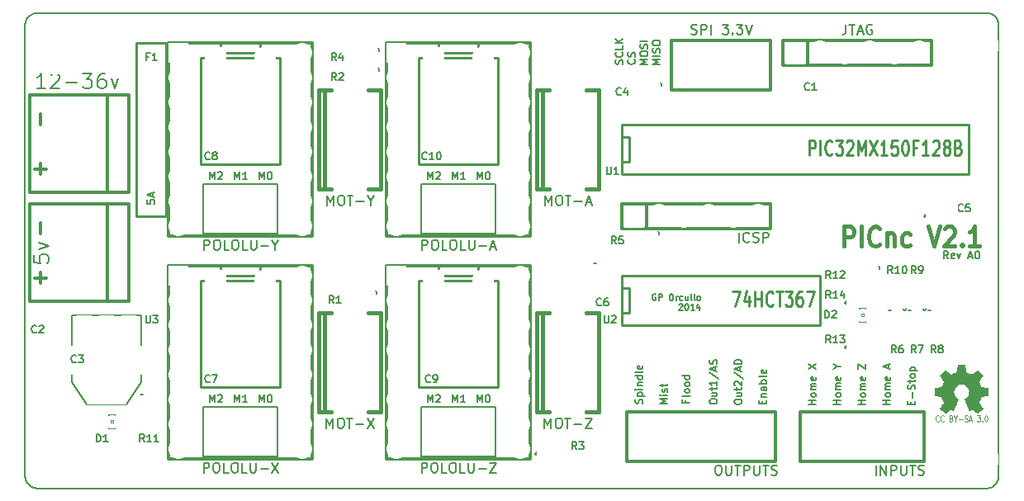
<source format=gto>
G04 (created by PCBNEW-RS274X (2012-apr-16-27)-stable) date Tuesday 03,June,2014 02:57:05 PM SGT*
G01*
G70*
G90*
%MOIN*%
G04 Gerber Fmt 3.4, Leading zero omitted, Abs format*
%FSLAX34Y34*%
G04 APERTURE LIST*
%ADD10C,0.006000*%
%ADD11C,0.005000*%
%ADD12C,0.017500*%
%ADD13C,0.012000*%
%ADD14C,0.008000*%
%ADD15C,0.010000*%
%ADD16C,0.015000*%
%ADD17C,0.000100*%
%ADD18C,0.002600*%
%ADD19C,0.004000*%
%ADD20C,0.011300*%
%ADD21R,0.055000X0.075000*%
%ADD22R,0.080000X0.080000*%
%ADD23C,0.080000*%
%ADD24C,0.120000*%
%ADD25R,0.090000X0.090000*%
%ADD26C,0.090000*%
%ADD27R,0.075000X0.075000*%
%ADD28C,0.075000*%
%ADD29O,0.157800X0.090900*%
%ADD30R,0.075000X0.055000*%
%ADD31R,0.080000X0.100000*%
%ADD32R,0.100000X0.080000*%
%ADD33R,0.164000X0.100000*%
%ADD34R,0.060000X0.100000*%
%ADD35R,0.082900X0.090900*%
G04 APERTURE END LIST*
G54D10*
X78700Y-28770D02*
X78698Y-28727D01*
X78692Y-28684D01*
X78682Y-28641D01*
X78669Y-28599D01*
X78653Y-28559D01*
X78633Y-28521D01*
X78609Y-28484D01*
X78583Y-28449D01*
X78553Y-28417D01*
X78521Y-28387D01*
X78486Y-28361D01*
X78450Y-28337D01*
X78411Y-28317D01*
X78371Y-28301D01*
X78329Y-28288D01*
X78286Y-28278D01*
X78243Y-28272D01*
X78200Y-28270D01*
X78200Y-47470D02*
X78243Y-47468D01*
X78286Y-47462D01*
X78329Y-47452D01*
X78371Y-47439D01*
X78411Y-47423D01*
X78450Y-47403D01*
X78486Y-47379D01*
X78521Y-47353D01*
X78553Y-47323D01*
X78583Y-47291D01*
X78609Y-47256D01*
X78633Y-47219D01*
X78653Y-47181D01*
X78669Y-47141D01*
X78682Y-47099D01*
X78692Y-47056D01*
X78698Y-47013D01*
X78700Y-46970D01*
X39400Y-46970D02*
X39400Y-28770D01*
X39400Y-46970D02*
X39402Y-47013D01*
X39408Y-47056D01*
X39418Y-47099D01*
X39431Y-47141D01*
X39447Y-47181D01*
X39467Y-47219D01*
X39491Y-47256D01*
X39517Y-47291D01*
X39547Y-47323D01*
X39579Y-47353D01*
X39614Y-47379D01*
X39651Y-47403D01*
X39689Y-47423D01*
X39729Y-47439D01*
X39771Y-47452D01*
X39814Y-47462D01*
X39857Y-47468D01*
X39900Y-47470D01*
X78200Y-47470D02*
X39900Y-47470D01*
X39900Y-28270D02*
X39857Y-28272D01*
X39814Y-28278D01*
X39771Y-28288D01*
X39729Y-28301D01*
X39689Y-28317D01*
X39651Y-28337D01*
X39614Y-28361D01*
X39579Y-28387D01*
X39547Y-28417D01*
X39517Y-28449D01*
X39491Y-28484D01*
X39467Y-28521D01*
X39447Y-28559D01*
X39431Y-28599D01*
X39418Y-28641D01*
X39408Y-28684D01*
X39402Y-28727D01*
X39400Y-28770D01*
G54D11*
X64855Y-39633D02*
X64832Y-39621D01*
X64796Y-39621D01*
X64760Y-39633D01*
X64736Y-39657D01*
X64725Y-39681D01*
X64713Y-39728D01*
X64713Y-39764D01*
X64725Y-39812D01*
X64736Y-39835D01*
X64760Y-39859D01*
X64796Y-39871D01*
X64820Y-39871D01*
X64855Y-39859D01*
X64867Y-39847D01*
X64867Y-39764D01*
X64820Y-39764D01*
X64975Y-39871D02*
X64975Y-39621D01*
X65070Y-39621D01*
X65094Y-39633D01*
X65105Y-39645D01*
X65117Y-39669D01*
X65117Y-39705D01*
X65105Y-39728D01*
X65094Y-39740D01*
X65070Y-39752D01*
X64975Y-39752D01*
X65462Y-39621D02*
X65510Y-39621D01*
X65534Y-39633D01*
X65557Y-39657D01*
X65569Y-39705D01*
X65569Y-39788D01*
X65557Y-39835D01*
X65534Y-39859D01*
X65510Y-39871D01*
X65462Y-39871D01*
X65438Y-39859D01*
X65415Y-39835D01*
X65403Y-39788D01*
X65403Y-39705D01*
X65415Y-39657D01*
X65438Y-39633D01*
X65462Y-39621D01*
X65677Y-39871D02*
X65677Y-39705D01*
X65677Y-39752D02*
X65688Y-39728D01*
X65700Y-39716D01*
X65724Y-39705D01*
X65748Y-39705D01*
X65939Y-39859D02*
X65915Y-39871D01*
X65867Y-39871D01*
X65843Y-39859D01*
X65832Y-39847D01*
X65820Y-39824D01*
X65820Y-39752D01*
X65832Y-39728D01*
X65843Y-39716D01*
X65867Y-39705D01*
X65915Y-39705D01*
X65939Y-39716D01*
X66153Y-39705D02*
X66153Y-39871D01*
X66046Y-39705D02*
X66046Y-39835D01*
X66057Y-39859D01*
X66081Y-39871D01*
X66117Y-39871D01*
X66141Y-39859D01*
X66153Y-39847D01*
X66307Y-39871D02*
X66283Y-39859D01*
X66272Y-39835D01*
X66272Y-39621D01*
X66438Y-39871D02*
X66414Y-39859D01*
X66403Y-39835D01*
X66403Y-39621D01*
X66569Y-39871D02*
X66545Y-39859D01*
X66534Y-39847D01*
X66522Y-39824D01*
X66522Y-39752D01*
X66534Y-39728D01*
X66545Y-39716D01*
X66569Y-39705D01*
X66605Y-39705D01*
X66629Y-39716D01*
X66641Y-39728D01*
X66653Y-39752D01*
X66653Y-39824D01*
X66641Y-39847D01*
X66629Y-39859D01*
X66605Y-39871D01*
X66569Y-39871D01*
X65796Y-40045D02*
X65808Y-40033D01*
X65831Y-40021D01*
X65891Y-40021D01*
X65915Y-40033D01*
X65927Y-40045D01*
X65938Y-40069D01*
X65938Y-40093D01*
X65927Y-40128D01*
X65784Y-40271D01*
X65938Y-40271D01*
X66093Y-40021D02*
X66117Y-40021D01*
X66141Y-40033D01*
X66153Y-40045D01*
X66165Y-40069D01*
X66176Y-40116D01*
X66176Y-40176D01*
X66165Y-40224D01*
X66153Y-40247D01*
X66141Y-40259D01*
X66117Y-40271D01*
X66093Y-40271D01*
X66069Y-40259D01*
X66057Y-40247D01*
X66046Y-40224D01*
X66034Y-40176D01*
X66034Y-40116D01*
X66046Y-40069D01*
X66057Y-40045D01*
X66069Y-40033D01*
X66093Y-40021D01*
X66414Y-40271D02*
X66272Y-40271D01*
X66343Y-40271D02*
X66343Y-40021D01*
X66319Y-40057D01*
X66295Y-40081D01*
X66272Y-40093D01*
X66629Y-40105D02*
X66629Y-40271D01*
X66569Y-40009D02*
X66510Y-40188D01*
X66664Y-40188D01*
G54D10*
X76664Y-38191D02*
X76564Y-38049D01*
X76492Y-38191D02*
X76492Y-37891D01*
X76607Y-37891D01*
X76635Y-37906D01*
X76650Y-37920D01*
X76664Y-37949D01*
X76664Y-37991D01*
X76650Y-38020D01*
X76635Y-38034D01*
X76607Y-38049D01*
X76492Y-38049D01*
X76907Y-38177D02*
X76878Y-38191D01*
X76821Y-38191D01*
X76792Y-38177D01*
X76778Y-38149D01*
X76778Y-38034D01*
X76792Y-38006D01*
X76821Y-37991D01*
X76878Y-37991D01*
X76907Y-38006D01*
X76921Y-38034D01*
X76921Y-38063D01*
X76778Y-38091D01*
X77021Y-37991D02*
X77092Y-38191D01*
X77164Y-37991D01*
X77493Y-38106D02*
X77636Y-38106D01*
X77465Y-38191D02*
X77565Y-37891D01*
X77665Y-38191D01*
X77822Y-37891D02*
X77850Y-37891D01*
X77879Y-37906D01*
X77893Y-37920D01*
X77907Y-37949D01*
X77922Y-38006D01*
X77922Y-38077D01*
X77907Y-38134D01*
X77893Y-38163D01*
X77879Y-38177D01*
X77850Y-38191D01*
X77822Y-38191D01*
X77793Y-38177D01*
X77779Y-38163D01*
X77764Y-38134D01*
X77750Y-38077D01*
X77750Y-38006D01*
X77764Y-37949D01*
X77779Y-37920D01*
X77793Y-37906D01*
X77822Y-37891D01*
G54D12*
X72467Y-37694D02*
X72467Y-36894D01*
X72733Y-36894D01*
X72800Y-36932D01*
X72833Y-36970D01*
X72867Y-37046D01*
X72867Y-37160D01*
X72833Y-37237D01*
X72800Y-37275D01*
X72733Y-37313D01*
X72467Y-37313D01*
X73167Y-37694D02*
X73167Y-36894D01*
X73900Y-37618D02*
X73866Y-37656D01*
X73766Y-37694D01*
X73700Y-37694D01*
X73600Y-37656D01*
X73533Y-37580D01*
X73500Y-37503D01*
X73466Y-37351D01*
X73466Y-37237D01*
X73500Y-37084D01*
X73533Y-37008D01*
X73600Y-36932D01*
X73700Y-36894D01*
X73766Y-36894D01*
X73866Y-36932D01*
X73900Y-36970D01*
X74200Y-37160D02*
X74200Y-37694D01*
X74200Y-37237D02*
X74233Y-37199D01*
X74300Y-37160D01*
X74400Y-37160D01*
X74466Y-37199D01*
X74500Y-37275D01*
X74500Y-37694D01*
X75133Y-37656D02*
X75066Y-37694D01*
X74933Y-37694D01*
X74866Y-37656D01*
X74833Y-37618D01*
X74799Y-37541D01*
X74799Y-37313D01*
X74833Y-37237D01*
X74866Y-37199D01*
X74933Y-37160D01*
X75066Y-37160D01*
X75133Y-37199D01*
X75866Y-36894D02*
X76099Y-37694D01*
X76332Y-36894D01*
X76532Y-36970D02*
X76566Y-36932D01*
X76632Y-36894D01*
X76799Y-36894D01*
X76866Y-36932D01*
X76899Y-36970D01*
X76932Y-37046D01*
X76932Y-37122D01*
X76899Y-37237D01*
X76499Y-37694D01*
X76932Y-37694D01*
X77233Y-37618D02*
X77266Y-37656D01*
X77233Y-37694D01*
X77199Y-37656D01*
X77233Y-37618D01*
X77233Y-37694D01*
X77932Y-37694D02*
X77532Y-37694D01*
X77732Y-37694D02*
X77732Y-36894D01*
X77666Y-37008D01*
X77599Y-37084D01*
X77532Y-37122D01*
G54D10*
X78700Y-28770D02*
X78700Y-46970D01*
X39900Y-28270D02*
X78200Y-28270D01*
G54D11*
X65100Y-31170D02*
X65099Y-31179D01*
X65096Y-31189D01*
X65091Y-31197D01*
X65085Y-31205D01*
X65077Y-31211D01*
X65069Y-31216D01*
X65060Y-31218D01*
X65050Y-31219D01*
X65041Y-31219D01*
X65032Y-31216D01*
X65023Y-31211D01*
X65016Y-31205D01*
X65009Y-31198D01*
X65005Y-31189D01*
X65002Y-31180D01*
X65001Y-31170D01*
X65001Y-31161D01*
X65004Y-31152D01*
X65008Y-31143D01*
X65015Y-31136D01*
X65022Y-31129D01*
X65030Y-31125D01*
X65040Y-31122D01*
X65049Y-31121D01*
X65058Y-31121D01*
X65068Y-31124D01*
X65076Y-31128D01*
X65084Y-31134D01*
X65090Y-31142D01*
X65095Y-31150D01*
X65098Y-31159D01*
X65099Y-31169D01*
X65100Y-31170D01*
X64600Y-31170D02*
X65000Y-31170D01*
X65000Y-31170D02*
X65000Y-31770D01*
X65000Y-31770D02*
X64600Y-31770D01*
X64200Y-31770D02*
X63800Y-31770D01*
X63800Y-31770D02*
X63800Y-31170D01*
X63800Y-31170D02*
X64200Y-31170D01*
X75800Y-36470D02*
X75799Y-36479D01*
X75796Y-36489D01*
X75791Y-36497D01*
X75785Y-36505D01*
X75777Y-36511D01*
X75769Y-36516D01*
X75760Y-36518D01*
X75750Y-36519D01*
X75741Y-36519D01*
X75732Y-36516D01*
X75723Y-36511D01*
X75716Y-36505D01*
X75709Y-36498D01*
X75705Y-36489D01*
X75702Y-36480D01*
X75701Y-36470D01*
X75701Y-36461D01*
X75704Y-36452D01*
X75708Y-36443D01*
X75715Y-36436D01*
X75722Y-36429D01*
X75730Y-36425D01*
X75740Y-36422D01*
X75749Y-36421D01*
X75758Y-36421D01*
X75768Y-36424D01*
X75776Y-36428D01*
X75784Y-36434D01*
X75790Y-36442D01*
X75795Y-36450D01*
X75798Y-36459D01*
X75799Y-36469D01*
X75800Y-36470D01*
X76200Y-36470D02*
X75800Y-36470D01*
X75800Y-36470D02*
X75800Y-35870D01*
X75800Y-35870D02*
X76200Y-35870D01*
X76600Y-35870D02*
X77000Y-35870D01*
X77000Y-35870D02*
X77000Y-36470D01*
X77000Y-36470D02*
X76600Y-36470D01*
G54D13*
X70000Y-30370D02*
X70000Y-29370D01*
X70000Y-29370D02*
X76000Y-29370D01*
X76000Y-29370D02*
X76000Y-30370D01*
X76000Y-30370D02*
X70000Y-30370D01*
X71000Y-30370D02*
X71000Y-29370D01*
X65500Y-29370D02*
X69500Y-29370D01*
X69500Y-29370D02*
X69500Y-31370D01*
X69500Y-31370D02*
X65500Y-31370D01*
X65500Y-31370D02*
X65500Y-29370D01*
X39574Y-31567D02*
X43590Y-31567D01*
X42724Y-31585D02*
X42724Y-35523D01*
X39574Y-35523D02*
X39574Y-31585D01*
X43590Y-31585D02*
X43590Y-35523D01*
X43590Y-35523D02*
X39574Y-35523D01*
X39574Y-35967D02*
X43590Y-35967D01*
X42724Y-35985D02*
X42724Y-39923D01*
X39574Y-39923D02*
X39574Y-35985D01*
X43590Y-35985D02*
X43590Y-39923D01*
X43590Y-39923D02*
X39574Y-39923D01*
X70700Y-44370D02*
X75700Y-44370D01*
X75700Y-44370D02*
X75700Y-46370D01*
X75700Y-46370D02*
X70700Y-46370D01*
X70700Y-46370D02*
X70700Y-44370D01*
X63700Y-44370D02*
X69700Y-44370D01*
X69700Y-44370D02*
X69700Y-46370D01*
X69700Y-46370D02*
X63700Y-46370D01*
X63700Y-46370D02*
X63700Y-44370D01*
G54D14*
X55400Y-44170D02*
X58400Y-44170D01*
X58400Y-46170D02*
X55400Y-46170D01*
X55400Y-46170D02*
X55400Y-44170D01*
X58400Y-44170D02*
X58400Y-46170D01*
X55400Y-35170D02*
X58400Y-35170D01*
X58400Y-37170D02*
X55400Y-37170D01*
X55400Y-37170D02*
X55400Y-35170D01*
X58400Y-35170D02*
X58400Y-37170D01*
X46600Y-35170D02*
X49600Y-35170D01*
X49600Y-37170D02*
X46600Y-37170D01*
X46600Y-37170D02*
X46600Y-35170D01*
X49600Y-35170D02*
X49600Y-37170D01*
X46600Y-44170D02*
X49600Y-44170D01*
X49600Y-46170D02*
X46600Y-46170D01*
X46600Y-46170D02*
X46600Y-44170D01*
X49600Y-44170D02*
X49600Y-46170D01*
G54D15*
X56300Y-39070D02*
X57500Y-39070D01*
X58300Y-39070D02*
X58500Y-39070D01*
X58500Y-39070D02*
X58500Y-43370D01*
X58500Y-43370D02*
X55300Y-43370D01*
X55300Y-43370D02*
X55300Y-39070D01*
X55300Y-39070D02*
X55500Y-39070D01*
X47500Y-39070D02*
X48700Y-39070D01*
X49500Y-39070D02*
X49700Y-39070D01*
X49700Y-39070D02*
X49700Y-43370D01*
X49700Y-43370D02*
X46500Y-43370D01*
X46500Y-43370D02*
X46500Y-39070D01*
X46500Y-39070D02*
X46700Y-39070D01*
X56300Y-30070D02*
X57500Y-30070D01*
X58300Y-30070D02*
X58500Y-30070D01*
X58500Y-30070D02*
X58500Y-34370D01*
X58500Y-34370D02*
X55300Y-34370D01*
X55300Y-34370D02*
X55300Y-30070D01*
X55300Y-30070D02*
X55500Y-30070D01*
X49500Y-30070D02*
X49700Y-30070D01*
X46700Y-30070D02*
X46500Y-30070D01*
X47500Y-30070D02*
X48700Y-30070D01*
X49700Y-34370D02*
X49700Y-30070D01*
X46500Y-30070D02*
X46500Y-34370D01*
X46500Y-34370D02*
X49700Y-34370D01*
X63500Y-39370D02*
X63800Y-39370D01*
X63800Y-39370D02*
X63800Y-40370D01*
X63800Y-40370D02*
X63500Y-40370D01*
X71500Y-38870D02*
X71500Y-40870D01*
X71500Y-40870D02*
X63500Y-40870D01*
X63500Y-40870D02*
X63500Y-38870D01*
X63500Y-38870D02*
X71500Y-38870D01*
X63500Y-33270D02*
X63800Y-33270D01*
X63800Y-33270D02*
X63800Y-34270D01*
X63800Y-34270D02*
X63500Y-34270D01*
X77500Y-32770D02*
X77500Y-34770D01*
X77500Y-34770D02*
X63500Y-34770D01*
X63500Y-34770D02*
X63500Y-32770D01*
X63500Y-32770D02*
X77500Y-32770D01*
G54D16*
X51500Y-40370D02*
X51500Y-44370D01*
X53250Y-40370D02*
X53750Y-40370D01*
X51750Y-44370D02*
X51250Y-44370D01*
X51250Y-44370D02*
X51250Y-40370D01*
X51250Y-40370D02*
X51750Y-40370D01*
X53750Y-40370D02*
X53750Y-44370D01*
X53750Y-44370D02*
X53250Y-44370D01*
X60300Y-40370D02*
X60300Y-44370D01*
X62050Y-40370D02*
X62550Y-40370D01*
X60550Y-44370D02*
X60050Y-44370D01*
X60050Y-44370D02*
X60050Y-40370D01*
X60050Y-40370D02*
X60550Y-40370D01*
X62550Y-40370D02*
X62550Y-44370D01*
X62550Y-44370D02*
X62050Y-44370D01*
X60300Y-31370D02*
X60300Y-35370D01*
X62050Y-31370D02*
X62550Y-31370D01*
X60550Y-35370D02*
X60050Y-35370D01*
X60050Y-35370D02*
X60050Y-31370D01*
X60050Y-31370D02*
X60550Y-31370D01*
X62550Y-31370D02*
X62550Y-35370D01*
X62550Y-35370D02*
X62050Y-35370D01*
X51500Y-31370D02*
X51500Y-35370D01*
X53250Y-31370D02*
X53750Y-31370D01*
X51750Y-35370D02*
X51250Y-35370D01*
X51250Y-35370D02*
X51250Y-31370D01*
X51250Y-31370D02*
X51750Y-31370D01*
X53750Y-31370D02*
X53750Y-35370D01*
X53750Y-35370D02*
X53250Y-35370D01*
G54D17*
G36*
X76536Y-44454D02*
X76548Y-44448D01*
X76573Y-44432D01*
X76610Y-44408D01*
X76653Y-44379D01*
X76697Y-44349D01*
X76732Y-44325D01*
X76757Y-44309D01*
X76768Y-44304D01*
X76773Y-44306D01*
X76794Y-44316D01*
X76824Y-44331D01*
X76841Y-44340D01*
X76869Y-44352D01*
X76882Y-44354D01*
X76885Y-44351D01*
X76895Y-44330D01*
X76910Y-44294D01*
X76931Y-44246D01*
X76955Y-44191D01*
X76980Y-44131D01*
X77006Y-44070D01*
X77030Y-44011D01*
X77051Y-43959D01*
X77068Y-43916D01*
X77080Y-43887D01*
X77084Y-43874D01*
X77083Y-43871D01*
X77069Y-43858D01*
X77045Y-43840D01*
X76993Y-43798D01*
X76942Y-43734D01*
X76911Y-43661D01*
X76900Y-43581D01*
X76909Y-43506D01*
X76939Y-43434D01*
X76989Y-43370D01*
X77049Y-43322D01*
X77120Y-43291D01*
X77200Y-43282D01*
X77276Y-43290D01*
X77349Y-43319D01*
X77414Y-43368D01*
X77441Y-43400D01*
X77479Y-43465D01*
X77500Y-43535D01*
X77503Y-43553D01*
X77499Y-43630D01*
X77477Y-43703D01*
X77436Y-43769D01*
X77380Y-43823D01*
X77373Y-43829D01*
X77346Y-43848D01*
X77329Y-43862D01*
X77315Y-43873D01*
X77413Y-44109D01*
X77429Y-44146D01*
X77456Y-44211D01*
X77479Y-44266D01*
X77498Y-44310D01*
X77511Y-44340D01*
X77517Y-44352D01*
X77518Y-44352D01*
X77526Y-44354D01*
X77544Y-44347D01*
X77577Y-44331D01*
X77599Y-44320D01*
X77624Y-44308D01*
X77635Y-44304D01*
X77645Y-44309D01*
X77669Y-44324D01*
X77704Y-44348D01*
X77746Y-44377D01*
X77786Y-44404D01*
X77823Y-44428D01*
X77850Y-44445D01*
X77863Y-44452D01*
X77865Y-44452D01*
X77877Y-44446D01*
X77898Y-44428D01*
X77930Y-44398D01*
X77976Y-44353D01*
X77983Y-44346D01*
X78020Y-44308D01*
X78050Y-44276D01*
X78071Y-44254D01*
X78078Y-44243D01*
X78078Y-44243D01*
X78071Y-44230D01*
X78054Y-44204D01*
X78030Y-44166D01*
X78000Y-44122D01*
X77922Y-44009D01*
X77965Y-43902D01*
X77978Y-43869D01*
X77995Y-43829D01*
X78007Y-43801D01*
X78013Y-43788D01*
X78025Y-43784D01*
X78054Y-43777D01*
X78097Y-43768D01*
X78148Y-43759D01*
X78196Y-43750D01*
X78239Y-43742D01*
X78271Y-43736D01*
X78285Y-43733D01*
X78289Y-43731D01*
X78291Y-43724D01*
X78293Y-43709D01*
X78294Y-43683D01*
X78295Y-43641D01*
X78295Y-43581D01*
X78295Y-43574D01*
X78294Y-43516D01*
X78293Y-43471D01*
X78292Y-43441D01*
X78290Y-43429D01*
X78290Y-43429D01*
X78276Y-43426D01*
X78245Y-43419D01*
X78202Y-43411D01*
X78150Y-43401D01*
X78146Y-43400D01*
X78095Y-43390D01*
X78051Y-43381D01*
X78021Y-43374D01*
X78008Y-43370D01*
X78005Y-43366D01*
X77995Y-43346D01*
X77980Y-43314D01*
X77963Y-43275D01*
X77946Y-43234D01*
X77931Y-43198D01*
X77921Y-43170D01*
X77918Y-43158D01*
X77919Y-43158D01*
X77926Y-43145D01*
X77944Y-43118D01*
X77969Y-43081D01*
X78000Y-43037D01*
X78002Y-43034D01*
X78032Y-42990D01*
X78056Y-42953D01*
X78072Y-42926D01*
X78078Y-42914D01*
X78078Y-42914D01*
X78068Y-42901D01*
X78046Y-42876D01*
X78014Y-42842D01*
X77975Y-42804D01*
X77963Y-42792D01*
X77921Y-42750D01*
X77891Y-42723D01*
X77873Y-42708D01*
X77864Y-42705D01*
X77863Y-42705D01*
X77850Y-42713D01*
X77823Y-42731D01*
X77785Y-42757D01*
X77741Y-42787D01*
X77738Y-42789D01*
X77694Y-42819D01*
X77657Y-42844D01*
X77631Y-42861D01*
X77620Y-42868D01*
X77618Y-42868D01*
X77600Y-42862D01*
X77569Y-42851D01*
X77531Y-42837D01*
X77490Y-42820D01*
X77454Y-42805D01*
X77426Y-42792D01*
X77413Y-42785D01*
X77413Y-42784D01*
X77408Y-42769D01*
X77400Y-42736D01*
X77391Y-42691D01*
X77381Y-42637D01*
X77379Y-42628D01*
X77369Y-42576D01*
X77361Y-42533D01*
X77355Y-42503D01*
X77352Y-42491D01*
X77344Y-42489D01*
X77319Y-42487D01*
X77280Y-42486D01*
X77233Y-42486D01*
X77184Y-42486D01*
X77135Y-42487D01*
X77094Y-42489D01*
X77064Y-42491D01*
X77052Y-42493D01*
X77052Y-42494D01*
X77047Y-42510D01*
X77040Y-42543D01*
X77031Y-42588D01*
X77020Y-42642D01*
X77018Y-42652D01*
X77009Y-42704D01*
X77000Y-42746D01*
X76994Y-42776D01*
X76990Y-42787D01*
X76986Y-42790D01*
X76964Y-42799D01*
X76929Y-42814D01*
X76886Y-42831D01*
X76786Y-42872D01*
X76663Y-42787D01*
X76651Y-42780D01*
X76607Y-42750D01*
X76571Y-42725D01*
X76546Y-42709D01*
X76535Y-42703D01*
X76534Y-42704D01*
X76522Y-42714D01*
X76498Y-42737D01*
X76464Y-42770D01*
X76426Y-42808D01*
X76397Y-42837D01*
X76363Y-42871D01*
X76342Y-42894D01*
X76330Y-42909D01*
X76326Y-42918D01*
X76327Y-42924D01*
X76335Y-42937D01*
X76353Y-42964D01*
X76378Y-43001D01*
X76408Y-43045D01*
X76433Y-43081D01*
X76459Y-43122D01*
X76477Y-43152D01*
X76483Y-43166D01*
X76481Y-43172D01*
X76473Y-43196D01*
X76458Y-43233D01*
X76440Y-43276D01*
X76397Y-43373D01*
X76333Y-43386D01*
X76294Y-43393D01*
X76240Y-43403D01*
X76189Y-43413D01*
X76108Y-43429D01*
X76105Y-43725D01*
X76117Y-43731D01*
X76129Y-43734D01*
X76159Y-43741D01*
X76202Y-43749D01*
X76252Y-43759D01*
X76295Y-43767D01*
X76339Y-43775D01*
X76370Y-43781D01*
X76384Y-43784D01*
X76387Y-43788D01*
X76398Y-43809D01*
X76413Y-43843D01*
X76430Y-43883D01*
X76448Y-43924D01*
X76463Y-43963D01*
X76474Y-43992D01*
X76478Y-44007D01*
X76472Y-44018D01*
X76455Y-44044D01*
X76431Y-44080D01*
X76402Y-44123D01*
X76373Y-44166D01*
X76348Y-44203D01*
X76331Y-44229D01*
X76323Y-44241D01*
X76327Y-44250D01*
X76344Y-44270D01*
X76377Y-44304D01*
X76425Y-44352D01*
X76433Y-44359D01*
X76471Y-44396D01*
X76504Y-44426D01*
X76526Y-44446D01*
X76536Y-44454D01*
X76536Y-44454D01*
G37*
G54D15*
X57700Y-29470D02*
X57700Y-29870D01*
X57700Y-29870D02*
X56100Y-29870D01*
X56100Y-29870D02*
X56100Y-29470D01*
G54D13*
X54000Y-29470D02*
X59800Y-29470D01*
X59800Y-29470D02*
X59800Y-37270D01*
X59800Y-37270D02*
X54000Y-37270D01*
X54000Y-37270D02*
X54000Y-29470D01*
G54D15*
X57700Y-38470D02*
X57700Y-38870D01*
X57700Y-38870D02*
X56100Y-38870D01*
X56100Y-38870D02*
X56100Y-38470D01*
G54D13*
X54000Y-38470D02*
X59800Y-38470D01*
X59800Y-38470D02*
X59800Y-46270D01*
X59800Y-46270D02*
X54000Y-46270D01*
X54000Y-46270D02*
X54000Y-38470D01*
G54D15*
X48900Y-29470D02*
X48900Y-29870D01*
X48900Y-29870D02*
X47300Y-29870D01*
X47300Y-29870D02*
X47300Y-29470D01*
G54D13*
X45200Y-29470D02*
X51000Y-29470D01*
X51000Y-29470D02*
X51000Y-37270D01*
X51000Y-37270D02*
X45200Y-37270D01*
X45200Y-37270D02*
X45200Y-29470D01*
G54D15*
X48900Y-38470D02*
X48900Y-38870D01*
X48900Y-38870D02*
X47300Y-38870D01*
X47300Y-38870D02*
X47300Y-38470D01*
G54D13*
X45200Y-38470D02*
X51000Y-38470D01*
X51000Y-38470D02*
X51000Y-46270D01*
X51000Y-46270D02*
X45200Y-46270D01*
X45200Y-46270D02*
X45200Y-38470D01*
X63500Y-36970D02*
X63500Y-35970D01*
X63500Y-35970D02*
X69500Y-35970D01*
X69500Y-35970D02*
X69500Y-36970D01*
X69500Y-36970D02*
X63500Y-36970D01*
X64500Y-36970D02*
X64500Y-35970D01*
G54D11*
X62450Y-38420D02*
X62449Y-38429D01*
X62446Y-38439D01*
X62441Y-38447D01*
X62435Y-38455D01*
X62427Y-38461D01*
X62419Y-38466D01*
X62410Y-38468D01*
X62400Y-38469D01*
X62391Y-38469D01*
X62382Y-38466D01*
X62373Y-38461D01*
X62366Y-38455D01*
X62359Y-38448D01*
X62355Y-38439D01*
X62352Y-38430D01*
X62351Y-38420D01*
X62351Y-38411D01*
X62354Y-38402D01*
X62358Y-38393D01*
X62365Y-38386D01*
X62372Y-38379D01*
X62380Y-38375D01*
X62390Y-38372D01*
X62399Y-38371D01*
X62408Y-38371D01*
X62418Y-38374D01*
X62426Y-38378D01*
X62434Y-38384D01*
X62440Y-38392D01*
X62445Y-38400D01*
X62448Y-38409D01*
X62449Y-38419D01*
X62450Y-38420D01*
X62400Y-38870D02*
X62400Y-38470D01*
X62400Y-38470D02*
X63000Y-38470D01*
X63000Y-38470D02*
X63000Y-38870D01*
X63000Y-39270D02*
X63000Y-39670D01*
X63000Y-39670D02*
X62400Y-39670D01*
X62400Y-39670D02*
X62400Y-39270D01*
X72600Y-39970D02*
X72599Y-39979D01*
X72596Y-39989D01*
X72591Y-39997D01*
X72585Y-40005D01*
X72577Y-40011D01*
X72569Y-40016D01*
X72560Y-40018D01*
X72550Y-40019D01*
X72541Y-40019D01*
X72532Y-40016D01*
X72523Y-40011D01*
X72516Y-40005D01*
X72509Y-39998D01*
X72505Y-39989D01*
X72502Y-39980D01*
X72501Y-39970D01*
X72501Y-39961D01*
X72504Y-39952D01*
X72508Y-39943D01*
X72515Y-39936D01*
X72522Y-39929D01*
X72530Y-39925D01*
X72540Y-39922D01*
X72549Y-39921D01*
X72558Y-39921D01*
X72568Y-39924D01*
X72576Y-39928D01*
X72584Y-39934D01*
X72590Y-39942D01*
X72595Y-39950D01*
X72598Y-39959D01*
X72599Y-39969D01*
X72600Y-39970D01*
X73000Y-39970D02*
X72600Y-39970D01*
X72600Y-39970D02*
X72600Y-39370D01*
X72600Y-39370D02*
X73000Y-39370D01*
X73400Y-39370D02*
X73800Y-39370D01*
X73800Y-39370D02*
X73800Y-39970D01*
X73800Y-39970D02*
X73400Y-39970D01*
X53600Y-39570D02*
X53599Y-39579D01*
X53596Y-39589D01*
X53591Y-39597D01*
X53585Y-39605D01*
X53577Y-39611D01*
X53569Y-39616D01*
X53560Y-39618D01*
X53550Y-39619D01*
X53541Y-39619D01*
X53532Y-39616D01*
X53523Y-39611D01*
X53516Y-39605D01*
X53509Y-39598D01*
X53505Y-39589D01*
X53502Y-39580D01*
X53501Y-39570D01*
X53501Y-39561D01*
X53504Y-39552D01*
X53508Y-39543D01*
X53515Y-39536D01*
X53522Y-39529D01*
X53530Y-39525D01*
X53540Y-39522D01*
X53549Y-39521D01*
X53558Y-39521D01*
X53568Y-39524D01*
X53576Y-39528D01*
X53584Y-39534D01*
X53590Y-39542D01*
X53595Y-39550D01*
X53598Y-39559D01*
X53599Y-39569D01*
X53600Y-39570D01*
X53100Y-39570D02*
X53500Y-39570D01*
X53500Y-39570D02*
X53500Y-40170D01*
X53500Y-40170D02*
X53100Y-40170D01*
X52700Y-40170D02*
X52300Y-40170D01*
X52300Y-40170D02*
X52300Y-39570D01*
X52300Y-39570D02*
X52700Y-39570D01*
X53700Y-30570D02*
X53699Y-30579D01*
X53696Y-30589D01*
X53691Y-30597D01*
X53685Y-30605D01*
X53677Y-30611D01*
X53669Y-30616D01*
X53660Y-30618D01*
X53650Y-30619D01*
X53641Y-30619D01*
X53632Y-30616D01*
X53623Y-30611D01*
X53616Y-30605D01*
X53609Y-30598D01*
X53605Y-30589D01*
X53602Y-30580D01*
X53601Y-30570D01*
X53601Y-30561D01*
X53604Y-30552D01*
X53608Y-30543D01*
X53615Y-30536D01*
X53622Y-30529D01*
X53630Y-30525D01*
X53640Y-30522D01*
X53649Y-30521D01*
X53658Y-30521D01*
X53668Y-30524D01*
X53676Y-30528D01*
X53684Y-30534D01*
X53690Y-30542D01*
X53695Y-30550D01*
X53698Y-30559D01*
X53699Y-30569D01*
X53700Y-30570D01*
X53200Y-30570D02*
X53600Y-30570D01*
X53600Y-30570D02*
X53600Y-31170D01*
X53600Y-31170D02*
X53200Y-31170D01*
X52800Y-31170D02*
X52400Y-31170D01*
X52400Y-31170D02*
X52400Y-30570D01*
X52400Y-30570D02*
X52800Y-30570D01*
X60100Y-46070D02*
X60099Y-46079D01*
X60096Y-46089D01*
X60091Y-46097D01*
X60085Y-46105D01*
X60077Y-46111D01*
X60069Y-46116D01*
X60060Y-46118D01*
X60050Y-46119D01*
X60041Y-46119D01*
X60032Y-46116D01*
X60023Y-46111D01*
X60016Y-46105D01*
X60009Y-46098D01*
X60005Y-46089D01*
X60002Y-46080D01*
X60001Y-46070D01*
X60001Y-46061D01*
X60004Y-46052D01*
X60008Y-46043D01*
X60015Y-46036D01*
X60022Y-46029D01*
X60030Y-46025D01*
X60040Y-46022D01*
X60049Y-46021D01*
X60058Y-46021D01*
X60068Y-46024D01*
X60076Y-46028D01*
X60084Y-46034D01*
X60090Y-46042D01*
X60095Y-46050D01*
X60098Y-46059D01*
X60099Y-46069D01*
X60100Y-46070D01*
X60500Y-46070D02*
X60100Y-46070D01*
X60100Y-46070D02*
X60100Y-45470D01*
X60100Y-45470D02*
X60500Y-45470D01*
X60900Y-45470D02*
X61300Y-45470D01*
X61300Y-45470D02*
X61300Y-46070D01*
X61300Y-46070D02*
X60900Y-46070D01*
X53700Y-29770D02*
X53699Y-29779D01*
X53696Y-29789D01*
X53691Y-29797D01*
X53685Y-29805D01*
X53677Y-29811D01*
X53669Y-29816D01*
X53660Y-29818D01*
X53650Y-29819D01*
X53641Y-29819D01*
X53632Y-29816D01*
X53623Y-29811D01*
X53616Y-29805D01*
X53609Y-29798D01*
X53605Y-29789D01*
X53602Y-29780D01*
X53601Y-29770D01*
X53601Y-29761D01*
X53604Y-29752D01*
X53608Y-29743D01*
X53615Y-29736D01*
X53622Y-29729D01*
X53630Y-29725D01*
X53640Y-29722D01*
X53649Y-29721D01*
X53658Y-29721D01*
X53668Y-29724D01*
X53676Y-29728D01*
X53684Y-29734D01*
X53690Y-29742D01*
X53695Y-29750D01*
X53698Y-29759D01*
X53699Y-29769D01*
X53700Y-29770D01*
X53200Y-29770D02*
X53600Y-29770D01*
X53600Y-29770D02*
X53600Y-30370D01*
X53600Y-30370D02*
X53200Y-30370D01*
X52800Y-30370D02*
X52400Y-30370D01*
X52400Y-30370D02*
X52400Y-29770D01*
X52400Y-29770D02*
X52800Y-29770D01*
X74350Y-40320D02*
X74349Y-40329D01*
X74346Y-40339D01*
X74341Y-40347D01*
X74335Y-40355D01*
X74327Y-40361D01*
X74319Y-40366D01*
X74310Y-40368D01*
X74300Y-40369D01*
X74291Y-40369D01*
X74282Y-40366D01*
X74273Y-40361D01*
X74266Y-40355D01*
X74259Y-40348D01*
X74255Y-40339D01*
X74252Y-40330D01*
X74251Y-40320D01*
X74251Y-40311D01*
X74254Y-40302D01*
X74258Y-40293D01*
X74265Y-40286D01*
X74272Y-40279D01*
X74280Y-40275D01*
X74290Y-40272D01*
X74299Y-40271D01*
X74308Y-40271D01*
X74318Y-40274D01*
X74326Y-40278D01*
X74334Y-40284D01*
X74340Y-40292D01*
X74345Y-40300D01*
X74348Y-40309D01*
X74349Y-40319D01*
X74350Y-40320D01*
X74300Y-40770D02*
X74300Y-40370D01*
X74300Y-40370D02*
X74900Y-40370D01*
X74900Y-40370D02*
X74900Y-40770D01*
X74900Y-41170D02*
X74900Y-41570D01*
X74900Y-41570D02*
X74300Y-41570D01*
X74300Y-41570D02*
X74300Y-41170D01*
X75150Y-40320D02*
X75149Y-40329D01*
X75146Y-40339D01*
X75141Y-40347D01*
X75135Y-40355D01*
X75127Y-40361D01*
X75119Y-40366D01*
X75110Y-40368D01*
X75100Y-40369D01*
X75091Y-40369D01*
X75082Y-40366D01*
X75073Y-40361D01*
X75066Y-40355D01*
X75059Y-40348D01*
X75055Y-40339D01*
X75052Y-40330D01*
X75051Y-40320D01*
X75051Y-40311D01*
X75054Y-40302D01*
X75058Y-40293D01*
X75065Y-40286D01*
X75072Y-40279D01*
X75080Y-40275D01*
X75090Y-40272D01*
X75099Y-40271D01*
X75108Y-40271D01*
X75118Y-40274D01*
X75126Y-40278D01*
X75134Y-40284D01*
X75140Y-40292D01*
X75145Y-40300D01*
X75148Y-40309D01*
X75149Y-40319D01*
X75150Y-40320D01*
X75100Y-40770D02*
X75100Y-40370D01*
X75100Y-40370D02*
X75700Y-40370D01*
X75700Y-40370D02*
X75700Y-40770D01*
X75700Y-41170D02*
X75700Y-41570D01*
X75700Y-41570D02*
X75100Y-41570D01*
X75100Y-41570D02*
X75100Y-41170D01*
X75950Y-40320D02*
X75949Y-40329D01*
X75946Y-40339D01*
X75941Y-40347D01*
X75935Y-40355D01*
X75927Y-40361D01*
X75919Y-40366D01*
X75910Y-40368D01*
X75900Y-40369D01*
X75891Y-40369D01*
X75882Y-40366D01*
X75873Y-40361D01*
X75866Y-40355D01*
X75859Y-40348D01*
X75855Y-40339D01*
X75852Y-40330D01*
X75851Y-40320D01*
X75851Y-40311D01*
X75854Y-40302D01*
X75858Y-40293D01*
X75865Y-40286D01*
X75872Y-40279D01*
X75880Y-40275D01*
X75890Y-40272D01*
X75899Y-40271D01*
X75908Y-40271D01*
X75918Y-40274D01*
X75926Y-40278D01*
X75934Y-40284D01*
X75940Y-40292D01*
X75945Y-40300D01*
X75948Y-40309D01*
X75949Y-40319D01*
X75950Y-40320D01*
X75900Y-40770D02*
X75900Y-40370D01*
X75900Y-40370D02*
X76500Y-40370D01*
X76500Y-40370D02*
X76500Y-40770D01*
X76500Y-41170D02*
X76500Y-41570D01*
X76500Y-41570D02*
X75900Y-41570D01*
X75900Y-41570D02*
X75900Y-41170D01*
X75750Y-40220D02*
X75749Y-40229D01*
X75746Y-40239D01*
X75741Y-40247D01*
X75735Y-40255D01*
X75727Y-40261D01*
X75719Y-40266D01*
X75710Y-40268D01*
X75700Y-40269D01*
X75691Y-40269D01*
X75682Y-40266D01*
X75673Y-40261D01*
X75666Y-40255D01*
X75659Y-40248D01*
X75655Y-40239D01*
X75652Y-40230D01*
X75651Y-40220D01*
X75651Y-40211D01*
X75654Y-40202D01*
X75658Y-40193D01*
X75665Y-40186D01*
X75672Y-40179D01*
X75680Y-40175D01*
X75690Y-40172D01*
X75699Y-40171D01*
X75708Y-40171D01*
X75718Y-40174D01*
X75726Y-40178D01*
X75734Y-40184D01*
X75740Y-40192D01*
X75745Y-40200D01*
X75748Y-40209D01*
X75749Y-40219D01*
X75750Y-40220D01*
X75700Y-39770D02*
X75700Y-40170D01*
X75700Y-40170D02*
X75100Y-40170D01*
X75100Y-40170D02*
X75100Y-39770D01*
X75100Y-39370D02*
X75100Y-38970D01*
X75100Y-38970D02*
X75700Y-38970D01*
X75700Y-38970D02*
X75700Y-39370D01*
X74950Y-40220D02*
X74949Y-40229D01*
X74946Y-40239D01*
X74941Y-40247D01*
X74935Y-40255D01*
X74927Y-40261D01*
X74919Y-40266D01*
X74910Y-40268D01*
X74900Y-40269D01*
X74891Y-40269D01*
X74882Y-40266D01*
X74873Y-40261D01*
X74866Y-40255D01*
X74859Y-40248D01*
X74855Y-40239D01*
X74852Y-40230D01*
X74851Y-40220D01*
X74851Y-40211D01*
X74854Y-40202D01*
X74858Y-40193D01*
X74865Y-40186D01*
X74872Y-40179D01*
X74880Y-40175D01*
X74890Y-40172D01*
X74899Y-40171D01*
X74908Y-40171D01*
X74918Y-40174D01*
X74926Y-40178D01*
X74934Y-40184D01*
X74940Y-40192D01*
X74945Y-40200D01*
X74948Y-40209D01*
X74949Y-40219D01*
X74950Y-40220D01*
X74900Y-39770D02*
X74900Y-40170D01*
X74900Y-40170D02*
X74300Y-40170D01*
X74300Y-40170D02*
X74300Y-39770D01*
X74300Y-39370D02*
X74300Y-38970D01*
X74300Y-38970D02*
X74900Y-38970D01*
X74900Y-38970D02*
X74900Y-39370D01*
X44150Y-43720D02*
X44149Y-43729D01*
X44146Y-43739D01*
X44141Y-43747D01*
X44135Y-43755D01*
X44127Y-43761D01*
X44119Y-43766D01*
X44110Y-43768D01*
X44100Y-43769D01*
X44091Y-43769D01*
X44082Y-43766D01*
X44073Y-43761D01*
X44066Y-43755D01*
X44059Y-43748D01*
X44055Y-43739D01*
X44052Y-43730D01*
X44051Y-43720D01*
X44051Y-43711D01*
X44054Y-43702D01*
X44058Y-43693D01*
X44065Y-43686D01*
X44072Y-43679D01*
X44080Y-43675D01*
X44090Y-43672D01*
X44099Y-43671D01*
X44108Y-43671D01*
X44118Y-43674D01*
X44126Y-43678D01*
X44134Y-43684D01*
X44140Y-43692D01*
X44145Y-43700D01*
X44148Y-43709D01*
X44149Y-43719D01*
X44150Y-43720D01*
X44100Y-44170D02*
X44100Y-43770D01*
X44100Y-43770D02*
X44700Y-43770D01*
X44700Y-43770D02*
X44700Y-44170D01*
X44700Y-44570D02*
X44700Y-44970D01*
X44700Y-44970D02*
X44100Y-44970D01*
X44100Y-44970D02*
X44100Y-44570D01*
X73900Y-38570D02*
X73899Y-38579D01*
X73896Y-38589D01*
X73891Y-38597D01*
X73885Y-38605D01*
X73877Y-38611D01*
X73869Y-38616D01*
X73860Y-38618D01*
X73850Y-38619D01*
X73841Y-38619D01*
X73832Y-38616D01*
X73823Y-38611D01*
X73816Y-38605D01*
X73809Y-38598D01*
X73805Y-38589D01*
X73802Y-38580D01*
X73801Y-38570D01*
X73801Y-38561D01*
X73804Y-38552D01*
X73808Y-38543D01*
X73815Y-38536D01*
X73822Y-38529D01*
X73830Y-38525D01*
X73840Y-38522D01*
X73849Y-38521D01*
X73858Y-38521D01*
X73868Y-38524D01*
X73876Y-38528D01*
X73884Y-38534D01*
X73890Y-38542D01*
X73895Y-38550D01*
X73898Y-38559D01*
X73899Y-38569D01*
X73900Y-38570D01*
X73400Y-38570D02*
X73800Y-38570D01*
X73800Y-38570D02*
X73800Y-39170D01*
X73800Y-39170D02*
X73400Y-39170D01*
X73000Y-39170D02*
X72600Y-39170D01*
X72600Y-39170D02*
X72600Y-38570D01*
X72600Y-38570D02*
X73000Y-38570D01*
X72600Y-41770D02*
X72599Y-41779D01*
X72596Y-41789D01*
X72591Y-41797D01*
X72585Y-41805D01*
X72577Y-41811D01*
X72569Y-41816D01*
X72560Y-41818D01*
X72550Y-41819D01*
X72541Y-41819D01*
X72532Y-41816D01*
X72523Y-41811D01*
X72516Y-41805D01*
X72509Y-41798D01*
X72505Y-41789D01*
X72502Y-41780D01*
X72501Y-41770D01*
X72501Y-41761D01*
X72504Y-41752D01*
X72508Y-41743D01*
X72515Y-41736D01*
X72522Y-41729D01*
X72530Y-41725D01*
X72540Y-41722D01*
X72549Y-41721D01*
X72558Y-41721D01*
X72568Y-41724D01*
X72576Y-41728D01*
X72584Y-41734D01*
X72590Y-41742D01*
X72595Y-41750D01*
X72598Y-41759D01*
X72599Y-41769D01*
X72600Y-41770D01*
X73000Y-41770D02*
X72600Y-41770D01*
X72600Y-41770D02*
X72600Y-41170D01*
X72600Y-41170D02*
X73000Y-41170D01*
X73400Y-41170D02*
X73800Y-41170D01*
X73800Y-41170D02*
X73800Y-41770D01*
X73800Y-41770D02*
X73400Y-41770D01*
X65000Y-37170D02*
X64999Y-37179D01*
X64996Y-37189D01*
X64991Y-37197D01*
X64985Y-37205D01*
X64977Y-37211D01*
X64969Y-37216D01*
X64960Y-37218D01*
X64950Y-37219D01*
X64941Y-37219D01*
X64932Y-37216D01*
X64923Y-37211D01*
X64916Y-37205D01*
X64909Y-37198D01*
X64905Y-37189D01*
X64902Y-37180D01*
X64901Y-37170D01*
X64901Y-37161D01*
X64904Y-37152D01*
X64908Y-37143D01*
X64915Y-37136D01*
X64922Y-37129D01*
X64930Y-37125D01*
X64940Y-37122D01*
X64949Y-37121D01*
X64958Y-37121D01*
X64968Y-37124D01*
X64976Y-37128D01*
X64984Y-37134D01*
X64990Y-37142D01*
X64995Y-37150D01*
X64998Y-37159D01*
X64999Y-37169D01*
X65000Y-37170D01*
X64500Y-37170D02*
X64900Y-37170D01*
X64900Y-37170D02*
X64900Y-37770D01*
X64900Y-37770D02*
X64500Y-37770D01*
X64100Y-37770D02*
X63700Y-37770D01*
X63700Y-37770D02*
X63700Y-37170D01*
X63700Y-37170D02*
X64100Y-37170D01*
X71500Y-30820D02*
X71500Y-31720D01*
X71500Y-31720D02*
X72150Y-31720D01*
X72850Y-30820D02*
X73500Y-30820D01*
X73500Y-30820D02*
X73500Y-31720D01*
X73500Y-31720D02*
X72850Y-31720D01*
X72150Y-30820D02*
X71500Y-30820D01*
X41150Y-42170D02*
X40250Y-42170D01*
X40250Y-42170D02*
X40250Y-42820D01*
X41150Y-43520D02*
X41150Y-44170D01*
X41150Y-44170D02*
X40250Y-44170D01*
X40250Y-44170D02*
X40250Y-43520D01*
X41150Y-42820D02*
X41150Y-42170D01*
X40250Y-42070D02*
X41150Y-42070D01*
X41150Y-42070D02*
X41150Y-41420D01*
X40250Y-40720D02*
X40250Y-40070D01*
X40250Y-40070D02*
X41150Y-40070D01*
X41150Y-40070D02*
X41150Y-40720D01*
X40250Y-41420D02*
X40250Y-42070D01*
G54D14*
X44100Y-41670D02*
X44100Y-40470D01*
X44100Y-40470D02*
X41300Y-40470D01*
X41300Y-40470D02*
X41300Y-41670D01*
X44100Y-42870D02*
X44100Y-43170D01*
X44100Y-43170D02*
X43500Y-44070D01*
X43500Y-44070D02*
X41900Y-44070D01*
X41900Y-44070D02*
X41300Y-43170D01*
X41300Y-43170D02*
X41300Y-42870D01*
G54D18*
X73161Y-40509D02*
X73239Y-40509D01*
X73239Y-40509D02*
X73239Y-40431D01*
X73161Y-40431D02*
X73239Y-40431D01*
X73161Y-40509D02*
X73161Y-40431D01*
X73377Y-40745D02*
X73514Y-40745D01*
X73514Y-40745D02*
X73514Y-40647D01*
X73377Y-40647D02*
X73514Y-40647D01*
X73377Y-40745D02*
X73377Y-40647D01*
X73514Y-40745D02*
X73554Y-40745D01*
X73554Y-40745D02*
X73554Y-40274D01*
X73514Y-40274D02*
X73554Y-40274D01*
X73514Y-40745D02*
X73514Y-40274D01*
X73514Y-40254D02*
X73554Y-40254D01*
X73554Y-40254D02*
X73554Y-40195D01*
X73514Y-40195D02*
X73554Y-40195D01*
X73514Y-40254D02*
X73514Y-40195D01*
X72846Y-40745D02*
X72886Y-40745D01*
X72886Y-40745D02*
X72886Y-40274D01*
X72846Y-40274D02*
X72886Y-40274D01*
X72846Y-40745D02*
X72846Y-40274D01*
X72846Y-40254D02*
X72886Y-40254D01*
X72886Y-40254D02*
X72886Y-40195D01*
X72846Y-40195D02*
X72886Y-40195D01*
X72846Y-40254D02*
X72846Y-40195D01*
X73377Y-40745D02*
X73436Y-40745D01*
X73436Y-40745D02*
X73436Y-40647D01*
X73377Y-40647D02*
X73436Y-40647D01*
X73377Y-40745D02*
X73377Y-40647D01*
G54D19*
X73810Y-40765D02*
X72590Y-40765D01*
X72590Y-40765D02*
X72590Y-40175D01*
X72590Y-40175D02*
X73810Y-40175D01*
X73810Y-40175D02*
X73810Y-40765D01*
X72986Y-40666D02*
X73004Y-40684D01*
X73023Y-40700D01*
X73044Y-40715D01*
X73066Y-40727D01*
X73089Y-40738D01*
X73113Y-40747D01*
X73137Y-40753D01*
X73162Y-40758D01*
X73187Y-40760D01*
X73212Y-40760D01*
X73237Y-40758D01*
X73262Y-40754D01*
X73287Y-40747D01*
X73310Y-40739D01*
X73333Y-40728D01*
X73355Y-40715D01*
X73376Y-40701D01*
X73396Y-40684D01*
X73414Y-40666D01*
X73415Y-40665D01*
X72985Y-40275D02*
X72969Y-40294D01*
X72955Y-40315D01*
X72942Y-40337D01*
X72931Y-40360D01*
X72923Y-40384D01*
X72916Y-40409D01*
X72912Y-40434D01*
X72910Y-40459D01*
X72910Y-40483D01*
X72912Y-40508D01*
X72917Y-40533D01*
X72923Y-40558D01*
X72932Y-40582D01*
X72943Y-40605D01*
X72956Y-40627D01*
X72970Y-40647D01*
X72985Y-40665D01*
X73414Y-40274D02*
X73396Y-40256D01*
X73377Y-40240D01*
X73356Y-40225D01*
X73334Y-40213D01*
X73311Y-40202D01*
X73287Y-40193D01*
X73263Y-40187D01*
X73238Y-40182D01*
X73213Y-40180D01*
X73188Y-40180D01*
X73163Y-40182D01*
X73138Y-40186D01*
X73113Y-40193D01*
X73090Y-40201D01*
X73067Y-40212D01*
X73045Y-40225D01*
X73024Y-40239D01*
X73004Y-40256D01*
X72986Y-40274D01*
X72985Y-40275D01*
X73415Y-40665D02*
X73431Y-40646D01*
X73445Y-40625D01*
X73458Y-40603D01*
X73469Y-40580D01*
X73477Y-40556D01*
X73484Y-40531D01*
X73488Y-40506D01*
X73490Y-40481D01*
X73490Y-40457D01*
X73488Y-40432D01*
X73483Y-40407D01*
X73477Y-40382D01*
X73468Y-40358D01*
X73457Y-40335D01*
X73444Y-40313D01*
X73430Y-40293D01*
X73415Y-40275D01*
G54D18*
X42861Y-44809D02*
X42939Y-44809D01*
X42939Y-44809D02*
X42939Y-44731D01*
X42861Y-44731D02*
X42939Y-44731D01*
X42861Y-44809D02*
X42861Y-44731D01*
X43077Y-45045D02*
X43214Y-45045D01*
X43214Y-45045D02*
X43214Y-44947D01*
X43077Y-44947D02*
X43214Y-44947D01*
X43077Y-45045D02*
X43077Y-44947D01*
X43214Y-45045D02*
X43254Y-45045D01*
X43254Y-45045D02*
X43254Y-44574D01*
X43214Y-44574D02*
X43254Y-44574D01*
X43214Y-45045D02*
X43214Y-44574D01*
X43214Y-44554D02*
X43254Y-44554D01*
X43254Y-44554D02*
X43254Y-44495D01*
X43214Y-44495D02*
X43254Y-44495D01*
X43214Y-44554D02*
X43214Y-44495D01*
X42546Y-45045D02*
X42586Y-45045D01*
X42586Y-45045D02*
X42586Y-44574D01*
X42546Y-44574D02*
X42586Y-44574D01*
X42546Y-45045D02*
X42546Y-44574D01*
X42546Y-44554D02*
X42586Y-44554D01*
X42586Y-44554D02*
X42586Y-44495D01*
X42546Y-44495D02*
X42586Y-44495D01*
X42546Y-44554D02*
X42546Y-44495D01*
X43077Y-45045D02*
X43136Y-45045D01*
X43136Y-45045D02*
X43136Y-44947D01*
X43077Y-44947D02*
X43136Y-44947D01*
X43077Y-45045D02*
X43077Y-44947D01*
G54D19*
X43510Y-45065D02*
X42290Y-45065D01*
X42290Y-45065D02*
X42290Y-44475D01*
X42290Y-44475D02*
X43510Y-44475D01*
X43510Y-44475D02*
X43510Y-45065D01*
X42686Y-44966D02*
X42704Y-44984D01*
X42723Y-45000D01*
X42744Y-45015D01*
X42766Y-45027D01*
X42789Y-45038D01*
X42813Y-45047D01*
X42837Y-45053D01*
X42862Y-45058D01*
X42887Y-45060D01*
X42912Y-45060D01*
X42937Y-45058D01*
X42962Y-45054D01*
X42987Y-45047D01*
X43010Y-45039D01*
X43033Y-45028D01*
X43055Y-45015D01*
X43076Y-45001D01*
X43096Y-44984D01*
X43114Y-44966D01*
X43115Y-44965D01*
X42685Y-44575D02*
X42669Y-44594D01*
X42655Y-44615D01*
X42642Y-44637D01*
X42631Y-44660D01*
X42623Y-44684D01*
X42616Y-44709D01*
X42612Y-44734D01*
X42610Y-44759D01*
X42610Y-44783D01*
X42612Y-44808D01*
X42617Y-44833D01*
X42623Y-44858D01*
X42632Y-44882D01*
X42643Y-44905D01*
X42656Y-44927D01*
X42670Y-44947D01*
X42685Y-44965D01*
X43114Y-44574D02*
X43096Y-44556D01*
X43077Y-44540D01*
X43056Y-44525D01*
X43034Y-44513D01*
X43011Y-44502D01*
X42987Y-44493D01*
X42963Y-44487D01*
X42938Y-44482D01*
X42913Y-44480D01*
X42888Y-44480D01*
X42863Y-44482D01*
X42838Y-44486D01*
X42813Y-44493D01*
X42790Y-44501D01*
X42767Y-44512D01*
X42745Y-44525D01*
X42724Y-44539D01*
X42704Y-44556D01*
X42686Y-44574D01*
X42685Y-44575D01*
X43115Y-44965D02*
X43131Y-44946D01*
X43145Y-44925D01*
X43158Y-44903D01*
X43169Y-44880D01*
X43177Y-44856D01*
X43184Y-44831D01*
X43188Y-44806D01*
X43190Y-44781D01*
X43190Y-44757D01*
X43188Y-44732D01*
X43183Y-44707D01*
X43177Y-44682D01*
X43168Y-44658D01*
X43157Y-44635D01*
X43144Y-44613D01*
X43130Y-44593D01*
X43115Y-44575D01*
G54D15*
X43900Y-29470D02*
X45100Y-29470D01*
X45100Y-29470D02*
X45100Y-36470D01*
X45100Y-36470D02*
X43900Y-36470D01*
X43900Y-36470D02*
X43900Y-29470D01*
G54D10*
X63450Y-31563D02*
X63436Y-31577D01*
X63393Y-31591D01*
X63364Y-31591D01*
X63321Y-31577D01*
X63293Y-31549D01*
X63278Y-31520D01*
X63264Y-31463D01*
X63264Y-31420D01*
X63278Y-31363D01*
X63293Y-31334D01*
X63321Y-31306D01*
X63364Y-31291D01*
X63393Y-31291D01*
X63436Y-31306D01*
X63450Y-31320D01*
X63707Y-31391D02*
X63707Y-31591D01*
X63636Y-31277D02*
X63564Y-31491D01*
X63750Y-31491D01*
X77250Y-36263D02*
X77236Y-36277D01*
X77193Y-36291D01*
X77164Y-36291D01*
X77121Y-36277D01*
X77093Y-36249D01*
X77078Y-36220D01*
X77064Y-36163D01*
X77064Y-36120D01*
X77078Y-36063D01*
X77093Y-36034D01*
X77121Y-36006D01*
X77164Y-35991D01*
X77193Y-35991D01*
X77236Y-36006D01*
X77250Y-36020D01*
X77521Y-35991D02*
X77378Y-35991D01*
X77364Y-36134D01*
X77378Y-36120D01*
X77407Y-36106D01*
X77478Y-36106D01*
X77507Y-36120D01*
X77521Y-36134D01*
X77536Y-36163D01*
X77536Y-36234D01*
X77521Y-36263D01*
X77507Y-36277D01*
X77478Y-36291D01*
X77407Y-36291D01*
X77378Y-36277D01*
X77364Y-36263D01*
G54D14*
X72534Y-28732D02*
X72534Y-29018D01*
X72514Y-29075D01*
X72476Y-29113D01*
X72419Y-29132D01*
X72381Y-29132D01*
X72667Y-28732D02*
X72896Y-28732D01*
X72781Y-29132D02*
X72781Y-28732D01*
X73010Y-29018D02*
X73201Y-29018D01*
X72972Y-29132D02*
X73105Y-28732D01*
X73239Y-29132D01*
X73582Y-28751D02*
X73544Y-28732D01*
X73487Y-28732D01*
X73429Y-28751D01*
X73391Y-28789D01*
X73372Y-28827D01*
X73353Y-28903D01*
X73353Y-28960D01*
X73372Y-29037D01*
X73391Y-29075D01*
X73429Y-29113D01*
X73487Y-29132D01*
X73525Y-29132D01*
X73582Y-29113D01*
X73601Y-29094D01*
X73601Y-28960D01*
X73525Y-28960D01*
X66291Y-29113D02*
X66348Y-29132D01*
X66444Y-29132D01*
X66482Y-29113D01*
X66501Y-29094D01*
X66520Y-29056D01*
X66520Y-29018D01*
X66501Y-28980D01*
X66482Y-28960D01*
X66444Y-28941D01*
X66367Y-28922D01*
X66329Y-28903D01*
X66310Y-28884D01*
X66291Y-28846D01*
X66291Y-28808D01*
X66310Y-28770D01*
X66329Y-28751D01*
X66367Y-28732D01*
X66463Y-28732D01*
X66520Y-28751D01*
X66691Y-29132D02*
X66691Y-28732D01*
X66844Y-28732D01*
X66882Y-28751D01*
X66901Y-28770D01*
X66920Y-28808D01*
X66920Y-28865D01*
X66901Y-28903D01*
X66882Y-28922D01*
X66844Y-28941D01*
X66691Y-28941D01*
X67091Y-29132D02*
X67091Y-28732D01*
X67548Y-28732D02*
X67796Y-28732D01*
X67662Y-28884D01*
X67720Y-28884D01*
X67758Y-28903D01*
X67777Y-28922D01*
X67796Y-28960D01*
X67796Y-29056D01*
X67777Y-29094D01*
X67758Y-29113D01*
X67720Y-29132D01*
X67605Y-29132D01*
X67567Y-29113D01*
X67548Y-29094D01*
X67967Y-29094D02*
X67986Y-29113D01*
X67967Y-29132D01*
X67948Y-29113D01*
X67967Y-29094D01*
X67967Y-29132D01*
X68119Y-28732D02*
X68367Y-28732D01*
X68233Y-28884D01*
X68291Y-28884D01*
X68329Y-28903D01*
X68348Y-28922D01*
X68367Y-28960D01*
X68367Y-29056D01*
X68348Y-29094D01*
X68329Y-29113D01*
X68291Y-29132D01*
X68176Y-29132D01*
X68138Y-29113D01*
X68119Y-29094D01*
X68481Y-28732D02*
X68614Y-29132D01*
X68748Y-28732D01*
G54D10*
X64521Y-30342D02*
X64221Y-30342D01*
X64436Y-30242D01*
X64221Y-30142D01*
X64521Y-30142D01*
X64221Y-29941D02*
X64221Y-29884D01*
X64236Y-29856D01*
X64264Y-29827D01*
X64321Y-29813D01*
X64421Y-29813D01*
X64479Y-29827D01*
X64507Y-29856D01*
X64521Y-29884D01*
X64521Y-29941D01*
X64507Y-29970D01*
X64479Y-29999D01*
X64421Y-30013D01*
X64321Y-30013D01*
X64264Y-29999D01*
X64236Y-29970D01*
X64221Y-29941D01*
X64507Y-29699D02*
X64521Y-29656D01*
X64521Y-29585D01*
X64507Y-29556D01*
X64493Y-29542D01*
X64464Y-29527D01*
X64436Y-29527D01*
X64407Y-29542D01*
X64393Y-29556D01*
X64379Y-29585D01*
X64364Y-29642D01*
X64350Y-29670D01*
X64336Y-29685D01*
X64307Y-29699D01*
X64279Y-29699D01*
X64250Y-29685D01*
X64236Y-29670D01*
X64221Y-29642D01*
X64221Y-29570D01*
X64236Y-29527D01*
X64521Y-29399D02*
X64221Y-29399D01*
X65021Y-30342D02*
X64721Y-30342D01*
X64936Y-30242D01*
X64721Y-30142D01*
X65021Y-30142D01*
X65021Y-29999D02*
X64721Y-29999D01*
X65007Y-29870D02*
X65021Y-29827D01*
X65021Y-29756D01*
X65007Y-29727D01*
X64993Y-29713D01*
X64964Y-29698D01*
X64936Y-29698D01*
X64907Y-29713D01*
X64893Y-29727D01*
X64879Y-29756D01*
X64864Y-29813D01*
X64850Y-29841D01*
X64836Y-29856D01*
X64807Y-29870D01*
X64779Y-29870D01*
X64750Y-29856D01*
X64736Y-29841D01*
X64721Y-29813D01*
X64721Y-29741D01*
X64736Y-29698D01*
X64721Y-29512D02*
X64721Y-29455D01*
X64736Y-29427D01*
X64764Y-29398D01*
X64821Y-29384D01*
X64921Y-29384D01*
X64979Y-29398D01*
X65007Y-29427D01*
X65021Y-29455D01*
X65021Y-29512D01*
X65007Y-29541D01*
X64979Y-29570D01*
X64921Y-29584D01*
X64821Y-29584D01*
X64764Y-29570D01*
X64736Y-29541D01*
X64721Y-29512D01*
X63993Y-30150D02*
X64007Y-30164D01*
X64021Y-30207D01*
X64021Y-30236D01*
X64007Y-30279D01*
X63979Y-30307D01*
X63950Y-30322D01*
X63893Y-30336D01*
X63850Y-30336D01*
X63793Y-30322D01*
X63764Y-30307D01*
X63736Y-30279D01*
X63721Y-30236D01*
X63721Y-30207D01*
X63736Y-30164D01*
X63750Y-30150D01*
X64007Y-30036D02*
X64021Y-29993D01*
X64021Y-29922D01*
X64007Y-29893D01*
X63993Y-29879D01*
X63964Y-29864D01*
X63936Y-29864D01*
X63907Y-29879D01*
X63893Y-29893D01*
X63879Y-29922D01*
X63864Y-29979D01*
X63850Y-30007D01*
X63836Y-30022D01*
X63807Y-30036D01*
X63779Y-30036D01*
X63750Y-30022D01*
X63736Y-30007D01*
X63721Y-29979D01*
X63721Y-29907D01*
X63736Y-29864D01*
X63507Y-30337D02*
X63521Y-30294D01*
X63521Y-30223D01*
X63507Y-30194D01*
X63493Y-30180D01*
X63464Y-30165D01*
X63436Y-30165D01*
X63407Y-30180D01*
X63393Y-30194D01*
X63379Y-30223D01*
X63364Y-30280D01*
X63350Y-30308D01*
X63336Y-30323D01*
X63307Y-30337D01*
X63279Y-30337D01*
X63250Y-30323D01*
X63236Y-30308D01*
X63221Y-30280D01*
X63221Y-30208D01*
X63236Y-30165D01*
X63493Y-29865D02*
X63507Y-29879D01*
X63521Y-29922D01*
X63521Y-29951D01*
X63507Y-29994D01*
X63479Y-30022D01*
X63450Y-30037D01*
X63393Y-30051D01*
X63350Y-30051D01*
X63293Y-30037D01*
X63264Y-30022D01*
X63236Y-29994D01*
X63221Y-29951D01*
X63221Y-29922D01*
X63236Y-29879D01*
X63250Y-29865D01*
X63521Y-29594D02*
X63521Y-29737D01*
X63221Y-29737D01*
X63521Y-29494D02*
X63221Y-29494D01*
X63521Y-29322D02*
X63350Y-29451D01*
X63221Y-29322D02*
X63393Y-29494D01*
G54D14*
X40215Y-31313D02*
X39872Y-31313D01*
X40044Y-31313D02*
X40044Y-30713D01*
X39987Y-30799D01*
X39929Y-30856D01*
X39872Y-30884D01*
X40443Y-30770D02*
X40472Y-30741D01*
X40529Y-30713D01*
X40672Y-30713D01*
X40729Y-30741D01*
X40758Y-30770D01*
X40786Y-30827D01*
X40786Y-30884D01*
X40758Y-30970D01*
X40415Y-31313D01*
X40786Y-31313D01*
X41043Y-31084D02*
X41500Y-31084D01*
X41729Y-30713D02*
X42100Y-30713D01*
X41900Y-30941D01*
X41986Y-30941D01*
X42043Y-30970D01*
X42072Y-30999D01*
X42100Y-31056D01*
X42100Y-31199D01*
X42072Y-31256D01*
X42043Y-31284D01*
X41986Y-31313D01*
X41814Y-31313D01*
X41757Y-31284D01*
X41729Y-31256D01*
X42614Y-30713D02*
X42500Y-30713D01*
X42443Y-30741D01*
X42414Y-30770D01*
X42357Y-30856D01*
X42328Y-30970D01*
X42328Y-31199D01*
X42357Y-31256D01*
X42385Y-31284D01*
X42443Y-31313D01*
X42557Y-31313D01*
X42614Y-31284D01*
X42643Y-31256D01*
X42671Y-31199D01*
X42671Y-31056D01*
X42643Y-30999D01*
X42614Y-30970D01*
X42557Y-30941D01*
X42443Y-30941D01*
X42385Y-30970D01*
X42357Y-30999D01*
X42328Y-31056D01*
X42871Y-30913D02*
X43014Y-31313D01*
X43156Y-30913D01*
G54D13*
X40014Y-32798D02*
X40014Y-32341D01*
X40014Y-34798D02*
X40014Y-34341D01*
X40243Y-34570D02*
X39786Y-34570D01*
G54D14*
X39743Y-38055D02*
X39743Y-38341D01*
X40029Y-38370D01*
X40000Y-38341D01*
X39971Y-38284D01*
X39971Y-38141D01*
X40000Y-38084D01*
X40029Y-38055D01*
X40086Y-38027D01*
X40229Y-38027D01*
X40286Y-38055D01*
X40314Y-38084D01*
X40343Y-38141D01*
X40343Y-38284D01*
X40314Y-38341D01*
X40286Y-38370D01*
X39943Y-37827D02*
X40343Y-37684D01*
X39943Y-37542D01*
G54D13*
X40014Y-37198D02*
X40014Y-36741D01*
X40014Y-39198D02*
X40014Y-38741D01*
X40243Y-38970D02*
X39786Y-38970D01*
G54D14*
X73738Y-46932D02*
X73738Y-46532D01*
X73928Y-46932D02*
X73928Y-46532D01*
X74157Y-46932D01*
X74157Y-46532D01*
X74347Y-46932D02*
X74347Y-46532D01*
X74500Y-46532D01*
X74538Y-46551D01*
X74557Y-46570D01*
X74576Y-46608D01*
X74576Y-46665D01*
X74557Y-46703D01*
X74538Y-46722D01*
X74500Y-46741D01*
X74347Y-46741D01*
X74747Y-46532D02*
X74747Y-46856D01*
X74766Y-46894D01*
X74785Y-46913D01*
X74823Y-46932D01*
X74900Y-46932D01*
X74938Y-46913D01*
X74957Y-46894D01*
X74976Y-46856D01*
X74976Y-46532D01*
X75109Y-46532D02*
X75338Y-46532D01*
X75223Y-46932D02*
X75223Y-46532D01*
X75452Y-46913D02*
X75509Y-46932D01*
X75605Y-46932D01*
X75643Y-46913D01*
X75662Y-46894D01*
X75681Y-46856D01*
X75681Y-46818D01*
X75662Y-46780D01*
X75643Y-46760D01*
X75605Y-46741D01*
X75528Y-46722D01*
X75490Y-46703D01*
X75471Y-46684D01*
X75452Y-46646D01*
X75452Y-46608D01*
X75471Y-46570D01*
X75490Y-46551D01*
X75528Y-46532D01*
X75624Y-46532D01*
X75681Y-46551D01*
G54D10*
X75164Y-44089D02*
X75164Y-43989D01*
X75321Y-43946D02*
X75321Y-44089D01*
X75021Y-44089D01*
X75021Y-43946D01*
X75207Y-43818D02*
X75207Y-43589D01*
X75307Y-43461D02*
X75321Y-43418D01*
X75321Y-43347D01*
X75307Y-43318D01*
X75293Y-43304D01*
X75264Y-43289D01*
X75236Y-43289D01*
X75207Y-43304D01*
X75193Y-43318D01*
X75179Y-43347D01*
X75164Y-43404D01*
X75150Y-43432D01*
X75136Y-43447D01*
X75107Y-43461D01*
X75079Y-43461D01*
X75050Y-43447D01*
X75036Y-43432D01*
X75021Y-43404D01*
X75021Y-43332D01*
X75036Y-43289D01*
X75121Y-43203D02*
X75121Y-43089D01*
X75021Y-43161D02*
X75279Y-43161D01*
X75307Y-43146D01*
X75321Y-43118D01*
X75321Y-43089D01*
X75321Y-42947D02*
X75307Y-42975D01*
X75293Y-42990D01*
X75264Y-43004D01*
X75179Y-43004D01*
X75150Y-42990D01*
X75136Y-42975D01*
X75121Y-42947D01*
X75121Y-42904D01*
X75136Y-42875D01*
X75150Y-42861D01*
X75179Y-42847D01*
X75264Y-42847D01*
X75293Y-42861D01*
X75307Y-42875D01*
X75321Y-42904D01*
X75321Y-42947D01*
X75121Y-42719D02*
X75421Y-42719D01*
X75136Y-42719D02*
X75121Y-42690D01*
X75121Y-42633D01*
X75136Y-42604D01*
X75150Y-42590D01*
X75179Y-42576D01*
X75264Y-42576D01*
X75293Y-42590D01*
X75307Y-42604D01*
X75321Y-42633D01*
X75321Y-42690D01*
X75307Y-42719D01*
X74321Y-44073D02*
X74021Y-44073D01*
X74164Y-44073D02*
X74164Y-43901D01*
X74321Y-43901D02*
X74021Y-43901D01*
X74321Y-43716D02*
X74307Y-43744D01*
X74293Y-43759D01*
X74264Y-43773D01*
X74179Y-43773D01*
X74150Y-43759D01*
X74136Y-43744D01*
X74121Y-43716D01*
X74121Y-43673D01*
X74136Y-43644D01*
X74150Y-43630D01*
X74179Y-43616D01*
X74264Y-43616D01*
X74293Y-43630D01*
X74307Y-43644D01*
X74321Y-43673D01*
X74321Y-43716D01*
X74321Y-43488D02*
X74121Y-43488D01*
X74150Y-43488D02*
X74136Y-43473D01*
X74121Y-43445D01*
X74121Y-43402D01*
X74136Y-43373D01*
X74164Y-43359D01*
X74321Y-43359D01*
X74164Y-43359D02*
X74136Y-43345D01*
X74121Y-43316D01*
X74121Y-43273D01*
X74136Y-43245D01*
X74164Y-43230D01*
X74321Y-43230D01*
X74307Y-42973D02*
X74321Y-43002D01*
X74321Y-43059D01*
X74307Y-43088D01*
X74279Y-43102D01*
X74164Y-43102D01*
X74136Y-43088D01*
X74121Y-43059D01*
X74121Y-43002D01*
X74136Y-42973D01*
X74164Y-42959D01*
X74193Y-42959D01*
X74221Y-43102D01*
X74236Y-42616D02*
X74236Y-42473D01*
X74321Y-42644D02*
X74021Y-42544D01*
X74321Y-42444D01*
X73321Y-44077D02*
X73021Y-44077D01*
X73164Y-44077D02*
X73164Y-43905D01*
X73321Y-43905D02*
X73021Y-43905D01*
X73321Y-43720D02*
X73307Y-43748D01*
X73293Y-43763D01*
X73264Y-43777D01*
X73179Y-43777D01*
X73150Y-43763D01*
X73136Y-43748D01*
X73121Y-43720D01*
X73121Y-43677D01*
X73136Y-43648D01*
X73150Y-43634D01*
X73179Y-43620D01*
X73264Y-43620D01*
X73293Y-43634D01*
X73307Y-43648D01*
X73321Y-43677D01*
X73321Y-43720D01*
X73321Y-43492D02*
X73121Y-43492D01*
X73150Y-43492D02*
X73136Y-43477D01*
X73121Y-43449D01*
X73121Y-43406D01*
X73136Y-43377D01*
X73164Y-43363D01*
X73321Y-43363D01*
X73164Y-43363D02*
X73136Y-43349D01*
X73121Y-43320D01*
X73121Y-43277D01*
X73136Y-43249D01*
X73164Y-43234D01*
X73321Y-43234D01*
X73307Y-42977D02*
X73321Y-43006D01*
X73321Y-43063D01*
X73307Y-43092D01*
X73279Y-43106D01*
X73164Y-43106D01*
X73136Y-43092D01*
X73121Y-43063D01*
X73121Y-43006D01*
X73136Y-42977D01*
X73164Y-42963D01*
X73193Y-42963D01*
X73221Y-43106D01*
X73021Y-42634D02*
X73021Y-42434D01*
X73321Y-42634D01*
X73321Y-42434D01*
X72321Y-44073D02*
X72021Y-44073D01*
X72164Y-44073D02*
X72164Y-43901D01*
X72321Y-43901D02*
X72021Y-43901D01*
X72321Y-43716D02*
X72307Y-43744D01*
X72293Y-43759D01*
X72264Y-43773D01*
X72179Y-43773D01*
X72150Y-43759D01*
X72136Y-43744D01*
X72121Y-43716D01*
X72121Y-43673D01*
X72136Y-43644D01*
X72150Y-43630D01*
X72179Y-43616D01*
X72264Y-43616D01*
X72293Y-43630D01*
X72307Y-43644D01*
X72321Y-43673D01*
X72321Y-43716D01*
X72321Y-43488D02*
X72121Y-43488D01*
X72150Y-43488D02*
X72136Y-43473D01*
X72121Y-43445D01*
X72121Y-43402D01*
X72136Y-43373D01*
X72164Y-43359D01*
X72321Y-43359D01*
X72164Y-43359D02*
X72136Y-43345D01*
X72121Y-43316D01*
X72121Y-43273D01*
X72136Y-43245D01*
X72164Y-43230D01*
X72321Y-43230D01*
X72307Y-42973D02*
X72321Y-43002D01*
X72321Y-43059D01*
X72307Y-43088D01*
X72279Y-43102D01*
X72164Y-43102D01*
X72136Y-43088D01*
X72121Y-43059D01*
X72121Y-43002D01*
X72136Y-42973D01*
X72164Y-42959D01*
X72193Y-42959D01*
X72221Y-43102D01*
X72179Y-42544D02*
X72321Y-42544D01*
X72021Y-42644D02*
X72179Y-42544D01*
X72021Y-42444D01*
X71321Y-44077D02*
X71021Y-44077D01*
X71164Y-44077D02*
X71164Y-43905D01*
X71321Y-43905D02*
X71021Y-43905D01*
X71321Y-43720D02*
X71307Y-43748D01*
X71293Y-43763D01*
X71264Y-43777D01*
X71179Y-43777D01*
X71150Y-43763D01*
X71136Y-43748D01*
X71121Y-43720D01*
X71121Y-43677D01*
X71136Y-43648D01*
X71150Y-43634D01*
X71179Y-43620D01*
X71264Y-43620D01*
X71293Y-43634D01*
X71307Y-43648D01*
X71321Y-43677D01*
X71321Y-43720D01*
X71321Y-43492D02*
X71121Y-43492D01*
X71150Y-43492D02*
X71136Y-43477D01*
X71121Y-43449D01*
X71121Y-43406D01*
X71136Y-43377D01*
X71164Y-43363D01*
X71321Y-43363D01*
X71164Y-43363D02*
X71136Y-43349D01*
X71121Y-43320D01*
X71121Y-43277D01*
X71136Y-43249D01*
X71164Y-43234D01*
X71321Y-43234D01*
X71307Y-42977D02*
X71321Y-43006D01*
X71321Y-43063D01*
X71307Y-43092D01*
X71279Y-43106D01*
X71164Y-43106D01*
X71136Y-43092D01*
X71121Y-43063D01*
X71121Y-43006D01*
X71136Y-42977D01*
X71164Y-42963D01*
X71193Y-42963D01*
X71221Y-43106D01*
X71021Y-42634D02*
X71321Y-42434D01*
X71021Y-42434D02*
X71321Y-42634D01*
G54D14*
X67347Y-46532D02*
X67424Y-46532D01*
X67462Y-46551D01*
X67500Y-46589D01*
X67519Y-46665D01*
X67519Y-46799D01*
X67500Y-46875D01*
X67462Y-46913D01*
X67424Y-46932D01*
X67347Y-46932D01*
X67309Y-46913D01*
X67271Y-46875D01*
X67252Y-46799D01*
X67252Y-46665D01*
X67271Y-46589D01*
X67309Y-46551D01*
X67347Y-46532D01*
X67690Y-46532D02*
X67690Y-46856D01*
X67709Y-46894D01*
X67728Y-46913D01*
X67766Y-46932D01*
X67843Y-46932D01*
X67881Y-46913D01*
X67900Y-46894D01*
X67919Y-46856D01*
X67919Y-46532D01*
X68052Y-46532D02*
X68281Y-46532D01*
X68166Y-46932D02*
X68166Y-46532D01*
X68414Y-46932D02*
X68414Y-46532D01*
X68567Y-46532D01*
X68605Y-46551D01*
X68624Y-46570D01*
X68643Y-46608D01*
X68643Y-46665D01*
X68624Y-46703D01*
X68605Y-46722D01*
X68567Y-46741D01*
X68414Y-46741D01*
X68814Y-46532D02*
X68814Y-46856D01*
X68833Y-46894D01*
X68852Y-46913D01*
X68890Y-46932D01*
X68967Y-46932D01*
X69005Y-46913D01*
X69024Y-46894D01*
X69043Y-46856D01*
X69043Y-46532D01*
X69176Y-46532D02*
X69405Y-46532D01*
X69290Y-46932D02*
X69290Y-46532D01*
X69519Y-46913D02*
X69576Y-46932D01*
X69672Y-46932D01*
X69710Y-46913D01*
X69729Y-46894D01*
X69748Y-46856D01*
X69748Y-46818D01*
X69729Y-46780D01*
X69710Y-46760D01*
X69672Y-46741D01*
X69595Y-46722D01*
X69557Y-46703D01*
X69538Y-46684D01*
X69519Y-46646D01*
X69519Y-46608D01*
X69538Y-46570D01*
X69557Y-46551D01*
X69595Y-46532D01*
X69691Y-46532D01*
X69748Y-46551D01*
G54D10*
X69164Y-44048D02*
X69164Y-43948D01*
X69321Y-43905D02*
X69321Y-44048D01*
X69021Y-44048D01*
X69021Y-43905D01*
X69121Y-43777D02*
X69321Y-43777D01*
X69150Y-43777D02*
X69136Y-43762D01*
X69121Y-43734D01*
X69121Y-43691D01*
X69136Y-43662D01*
X69164Y-43648D01*
X69321Y-43648D01*
X69321Y-43377D02*
X69164Y-43377D01*
X69136Y-43391D01*
X69121Y-43420D01*
X69121Y-43477D01*
X69136Y-43506D01*
X69307Y-43377D02*
X69321Y-43406D01*
X69321Y-43477D01*
X69307Y-43506D01*
X69279Y-43520D01*
X69250Y-43520D01*
X69221Y-43506D01*
X69207Y-43477D01*
X69207Y-43406D01*
X69193Y-43377D01*
X69321Y-43235D02*
X69021Y-43235D01*
X69136Y-43235D02*
X69121Y-43206D01*
X69121Y-43149D01*
X69136Y-43120D01*
X69150Y-43106D01*
X69179Y-43092D01*
X69264Y-43092D01*
X69293Y-43106D01*
X69307Y-43120D01*
X69321Y-43149D01*
X69321Y-43206D01*
X69307Y-43235D01*
X69321Y-42921D02*
X69307Y-42949D01*
X69279Y-42964D01*
X69021Y-42964D01*
X69307Y-42692D02*
X69321Y-42721D01*
X69321Y-42778D01*
X69307Y-42807D01*
X69279Y-42821D01*
X69164Y-42821D01*
X69136Y-42807D01*
X69121Y-42778D01*
X69121Y-42721D01*
X69136Y-42692D01*
X69164Y-42678D01*
X69193Y-42678D01*
X69221Y-42821D01*
X68021Y-43997D02*
X68021Y-43940D01*
X68036Y-43912D01*
X68064Y-43883D01*
X68121Y-43869D01*
X68221Y-43869D01*
X68279Y-43883D01*
X68307Y-43912D01*
X68321Y-43940D01*
X68321Y-43997D01*
X68307Y-44026D01*
X68279Y-44055D01*
X68221Y-44069D01*
X68121Y-44069D01*
X68064Y-44055D01*
X68036Y-44026D01*
X68021Y-43997D01*
X68121Y-43612D02*
X68321Y-43612D01*
X68121Y-43741D02*
X68279Y-43741D01*
X68307Y-43726D01*
X68321Y-43698D01*
X68321Y-43655D01*
X68307Y-43626D01*
X68293Y-43612D01*
X68121Y-43512D02*
X68121Y-43398D01*
X68021Y-43470D02*
X68279Y-43470D01*
X68307Y-43455D01*
X68321Y-43427D01*
X68321Y-43398D01*
X68050Y-43313D02*
X68036Y-43299D01*
X68021Y-43270D01*
X68021Y-43199D01*
X68036Y-43170D01*
X68050Y-43156D01*
X68079Y-43141D01*
X68107Y-43141D01*
X68150Y-43156D01*
X68321Y-43327D01*
X68321Y-43141D01*
X68007Y-42798D02*
X68393Y-43055D01*
X68236Y-42713D02*
X68236Y-42570D01*
X68321Y-42741D02*
X68021Y-42641D01*
X68321Y-42541D01*
X68321Y-42442D02*
X68021Y-42442D01*
X68021Y-42370D01*
X68036Y-42327D01*
X68064Y-42299D01*
X68093Y-42284D01*
X68150Y-42270D01*
X68193Y-42270D01*
X68250Y-42284D01*
X68279Y-42299D01*
X68307Y-42327D01*
X68321Y-42370D01*
X68321Y-42442D01*
X67021Y-43990D02*
X67021Y-43933D01*
X67036Y-43905D01*
X67064Y-43876D01*
X67121Y-43862D01*
X67221Y-43862D01*
X67279Y-43876D01*
X67307Y-43905D01*
X67321Y-43933D01*
X67321Y-43990D01*
X67307Y-44019D01*
X67279Y-44048D01*
X67221Y-44062D01*
X67121Y-44062D01*
X67064Y-44048D01*
X67036Y-44019D01*
X67021Y-43990D01*
X67121Y-43605D02*
X67321Y-43605D01*
X67121Y-43734D02*
X67279Y-43734D01*
X67307Y-43719D01*
X67321Y-43691D01*
X67321Y-43648D01*
X67307Y-43619D01*
X67293Y-43605D01*
X67121Y-43505D02*
X67121Y-43391D01*
X67021Y-43463D02*
X67279Y-43463D01*
X67307Y-43448D01*
X67321Y-43420D01*
X67321Y-43391D01*
X67321Y-43134D02*
X67321Y-43306D01*
X67321Y-43220D02*
X67021Y-43220D01*
X67064Y-43249D01*
X67093Y-43277D01*
X67107Y-43306D01*
X67007Y-42791D02*
X67393Y-43048D01*
X67236Y-42706D02*
X67236Y-42563D01*
X67321Y-42734D02*
X67021Y-42634D01*
X67321Y-42534D01*
X67307Y-42449D02*
X67321Y-42406D01*
X67321Y-42335D01*
X67307Y-42306D01*
X67293Y-42292D01*
X67264Y-42277D01*
X67236Y-42277D01*
X67207Y-42292D01*
X67193Y-42306D01*
X67179Y-42335D01*
X67164Y-42392D01*
X67150Y-42420D01*
X67136Y-42435D01*
X67107Y-42449D01*
X67079Y-42449D01*
X67050Y-42435D01*
X67036Y-42420D01*
X67021Y-42392D01*
X67021Y-42320D01*
X67036Y-42277D01*
X66064Y-43912D02*
X66064Y-44012D01*
X66221Y-44012D02*
X65921Y-44012D01*
X65921Y-43869D01*
X66221Y-43712D02*
X66207Y-43740D01*
X66179Y-43755D01*
X65921Y-43755D01*
X66221Y-43555D02*
X66207Y-43583D01*
X66193Y-43598D01*
X66164Y-43612D01*
X66079Y-43612D01*
X66050Y-43598D01*
X66036Y-43583D01*
X66021Y-43555D01*
X66021Y-43512D01*
X66036Y-43483D01*
X66050Y-43469D01*
X66079Y-43455D01*
X66164Y-43455D01*
X66193Y-43469D01*
X66207Y-43483D01*
X66221Y-43512D01*
X66221Y-43555D01*
X66221Y-43284D02*
X66207Y-43312D01*
X66193Y-43327D01*
X66164Y-43341D01*
X66079Y-43341D01*
X66050Y-43327D01*
X66036Y-43312D01*
X66021Y-43284D01*
X66021Y-43241D01*
X66036Y-43212D01*
X66050Y-43198D01*
X66079Y-43184D01*
X66164Y-43184D01*
X66193Y-43198D01*
X66207Y-43212D01*
X66221Y-43241D01*
X66221Y-43284D01*
X66221Y-42927D02*
X65921Y-42927D01*
X66207Y-42927D02*
X66221Y-42956D01*
X66221Y-43013D01*
X66207Y-43041D01*
X66193Y-43056D01*
X66164Y-43070D01*
X66079Y-43070D01*
X66050Y-43056D01*
X66036Y-43041D01*
X66021Y-43013D01*
X66021Y-42956D01*
X66036Y-42927D01*
X65321Y-44049D02*
X65021Y-44049D01*
X65236Y-43949D01*
X65021Y-43849D01*
X65321Y-43849D01*
X65321Y-43706D02*
X65121Y-43706D01*
X65021Y-43706D02*
X65036Y-43720D01*
X65050Y-43706D01*
X65036Y-43691D01*
X65021Y-43706D01*
X65050Y-43706D01*
X65307Y-43577D02*
X65321Y-43548D01*
X65321Y-43491D01*
X65307Y-43463D01*
X65279Y-43448D01*
X65264Y-43448D01*
X65236Y-43463D01*
X65221Y-43491D01*
X65221Y-43534D01*
X65207Y-43563D01*
X65179Y-43577D01*
X65164Y-43577D01*
X65136Y-43563D01*
X65121Y-43534D01*
X65121Y-43491D01*
X65136Y-43463D01*
X65121Y-43362D02*
X65121Y-43248D01*
X65021Y-43320D02*
X65279Y-43320D01*
X65307Y-43305D01*
X65321Y-43277D01*
X65321Y-43248D01*
X64307Y-44041D02*
X64321Y-43998D01*
X64321Y-43927D01*
X64307Y-43898D01*
X64293Y-43884D01*
X64264Y-43869D01*
X64236Y-43869D01*
X64207Y-43884D01*
X64193Y-43898D01*
X64179Y-43927D01*
X64164Y-43984D01*
X64150Y-44012D01*
X64136Y-44027D01*
X64107Y-44041D01*
X64079Y-44041D01*
X64050Y-44027D01*
X64036Y-44012D01*
X64021Y-43984D01*
X64021Y-43912D01*
X64036Y-43869D01*
X64121Y-43741D02*
X64421Y-43741D01*
X64136Y-43741D02*
X64121Y-43712D01*
X64121Y-43655D01*
X64136Y-43626D01*
X64150Y-43612D01*
X64179Y-43598D01*
X64264Y-43598D01*
X64293Y-43612D01*
X64307Y-43626D01*
X64321Y-43655D01*
X64321Y-43712D01*
X64307Y-43741D01*
X64321Y-43470D02*
X64121Y-43470D01*
X64021Y-43470D02*
X64036Y-43484D01*
X64050Y-43470D01*
X64036Y-43455D01*
X64021Y-43470D01*
X64050Y-43470D01*
X64121Y-43327D02*
X64321Y-43327D01*
X64150Y-43327D02*
X64136Y-43312D01*
X64121Y-43284D01*
X64121Y-43241D01*
X64136Y-43212D01*
X64164Y-43198D01*
X64321Y-43198D01*
X64321Y-42927D02*
X64021Y-42927D01*
X64307Y-42927D02*
X64321Y-42956D01*
X64321Y-43013D01*
X64307Y-43041D01*
X64293Y-43056D01*
X64264Y-43070D01*
X64179Y-43070D01*
X64150Y-43056D01*
X64136Y-43041D01*
X64121Y-43013D01*
X64121Y-42956D01*
X64136Y-42927D01*
X64321Y-42742D02*
X64307Y-42770D01*
X64279Y-42785D01*
X64021Y-42785D01*
X64307Y-42513D02*
X64321Y-42542D01*
X64321Y-42599D01*
X64307Y-42628D01*
X64279Y-42642D01*
X64164Y-42642D01*
X64136Y-42628D01*
X64121Y-42599D01*
X64121Y-42542D01*
X64136Y-42513D01*
X64164Y-42499D01*
X64193Y-42499D01*
X64221Y-42642D01*
X55657Y-43991D02*
X55657Y-43691D01*
X55757Y-43906D01*
X55857Y-43691D01*
X55857Y-43991D01*
X55986Y-43720D02*
X56000Y-43706D01*
X56029Y-43691D01*
X56100Y-43691D01*
X56129Y-43706D01*
X56143Y-43720D01*
X56158Y-43749D01*
X56158Y-43777D01*
X56143Y-43820D01*
X55972Y-43991D01*
X56158Y-43991D01*
X56657Y-43991D02*
X56657Y-43691D01*
X56757Y-43906D01*
X56857Y-43691D01*
X56857Y-43991D01*
X57158Y-43991D02*
X56986Y-43991D01*
X57072Y-43991D02*
X57072Y-43691D01*
X57043Y-43734D01*
X57015Y-43763D01*
X56986Y-43777D01*
X57657Y-43991D02*
X57657Y-43691D01*
X57757Y-43906D01*
X57857Y-43691D01*
X57857Y-43991D01*
X58058Y-43691D02*
X58086Y-43691D01*
X58115Y-43706D01*
X58129Y-43720D01*
X58143Y-43749D01*
X58158Y-43806D01*
X58158Y-43877D01*
X58143Y-43934D01*
X58129Y-43963D01*
X58115Y-43977D01*
X58086Y-43991D01*
X58058Y-43991D01*
X58029Y-43977D01*
X58015Y-43963D01*
X58000Y-43934D01*
X57986Y-43877D01*
X57986Y-43806D01*
X58000Y-43749D01*
X58015Y-43720D01*
X58029Y-43706D01*
X58058Y-43691D01*
X55657Y-34991D02*
X55657Y-34691D01*
X55757Y-34906D01*
X55857Y-34691D01*
X55857Y-34991D01*
X55986Y-34720D02*
X56000Y-34706D01*
X56029Y-34691D01*
X56100Y-34691D01*
X56129Y-34706D01*
X56143Y-34720D01*
X56158Y-34749D01*
X56158Y-34777D01*
X56143Y-34820D01*
X55972Y-34991D01*
X56158Y-34991D01*
X56657Y-34991D02*
X56657Y-34691D01*
X56757Y-34906D01*
X56857Y-34691D01*
X56857Y-34991D01*
X57158Y-34991D02*
X56986Y-34991D01*
X57072Y-34991D02*
X57072Y-34691D01*
X57043Y-34734D01*
X57015Y-34763D01*
X56986Y-34777D01*
X57657Y-34991D02*
X57657Y-34691D01*
X57757Y-34906D01*
X57857Y-34691D01*
X57857Y-34991D01*
X58058Y-34691D02*
X58086Y-34691D01*
X58115Y-34706D01*
X58129Y-34720D01*
X58143Y-34749D01*
X58158Y-34806D01*
X58158Y-34877D01*
X58143Y-34934D01*
X58129Y-34963D01*
X58115Y-34977D01*
X58086Y-34991D01*
X58058Y-34991D01*
X58029Y-34977D01*
X58015Y-34963D01*
X58000Y-34934D01*
X57986Y-34877D01*
X57986Y-34806D01*
X58000Y-34749D01*
X58015Y-34720D01*
X58029Y-34706D01*
X58058Y-34691D01*
X46857Y-34991D02*
X46857Y-34691D01*
X46957Y-34906D01*
X47057Y-34691D01*
X47057Y-34991D01*
X47186Y-34720D02*
X47200Y-34706D01*
X47229Y-34691D01*
X47300Y-34691D01*
X47329Y-34706D01*
X47343Y-34720D01*
X47358Y-34749D01*
X47358Y-34777D01*
X47343Y-34820D01*
X47172Y-34991D01*
X47358Y-34991D01*
X47857Y-34991D02*
X47857Y-34691D01*
X47957Y-34906D01*
X48057Y-34691D01*
X48057Y-34991D01*
X48358Y-34991D02*
X48186Y-34991D01*
X48272Y-34991D02*
X48272Y-34691D01*
X48243Y-34734D01*
X48215Y-34763D01*
X48186Y-34777D01*
X48857Y-34991D02*
X48857Y-34691D01*
X48957Y-34906D01*
X49057Y-34691D01*
X49057Y-34991D01*
X49258Y-34691D02*
X49286Y-34691D01*
X49315Y-34706D01*
X49329Y-34720D01*
X49343Y-34749D01*
X49358Y-34806D01*
X49358Y-34877D01*
X49343Y-34934D01*
X49329Y-34963D01*
X49315Y-34977D01*
X49286Y-34991D01*
X49258Y-34991D01*
X49229Y-34977D01*
X49215Y-34963D01*
X49200Y-34934D01*
X49186Y-34877D01*
X49186Y-34806D01*
X49200Y-34749D01*
X49215Y-34720D01*
X49229Y-34706D01*
X49258Y-34691D01*
X46857Y-43991D02*
X46857Y-43691D01*
X46957Y-43906D01*
X47057Y-43691D01*
X47057Y-43991D01*
X47186Y-43720D02*
X47200Y-43706D01*
X47229Y-43691D01*
X47300Y-43691D01*
X47329Y-43706D01*
X47343Y-43720D01*
X47358Y-43749D01*
X47358Y-43777D01*
X47343Y-43820D01*
X47172Y-43991D01*
X47358Y-43991D01*
X47857Y-43991D02*
X47857Y-43691D01*
X47957Y-43906D01*
X48057Y-43691D01*
X48057Y-43991D01*
X48358Y-43991D02*
X48186Y-43991D01*
X48272Y-43991D02*
X48272Y-43691D01*
X48243Y-43734D01*
X48215Y-43763D01*
X48186Y-43777D01*
X48857Y-43991D02*
X48857Y-43691D01*
X48957Y-43906D01*
X49057Y-43691D01*
X49057Y-43991D01*
X49258Y-43691D02*
X49286Y-43691D01*
X49315Y-43706D01*
X49329Y-43720D01*
X49343Y-43749D01*
X49358Y-43806D01*
X49358Y-43877D01*
X49343Y-43934D01*
X49329Y-43963D01*
X49315Y-43977D01*
X49286Y-43991D01*
X49258Y-43991D01*
X49229Y-43977D01*
X49215Y-43963D01*
X49200Y-43934D01*
X49186Y-43877D01*
X49186Y-43806D01*
X49200Y-43749D01*
X49215Y-43720D01*
X49229Y-43706D01*
X49258Y-43691D01*
X55750Y-43163D02*
X55736Y-43177D01*
X55693Y-43191D01*
X55664Y-43191D01*
X55621Y-43177D01*
X55593Y-43149D01*
X55578Y-43120D01*
X55564Y-43063D01*
X55564Y-43020D01*
X55578Y-42963D01*
X55593Y-42934D01*
X55621Y-42906D01*
X55664Y-42891D01*
X55693Y-42891D01*
X55736Y-42906D01*
X55750Y-42920D01*
X55893Y-43191D02*
X55950Y-43191D01*
X55978Y-43177D01*
X55993Y-43163D01*
X56021Y-43120D01*
X56036Y-43063D01*
X56036Y-42949D01*
X56021Y-42920D01*
X56007Y-42906D01*
X55978Y-42891D01*
X55921Y-42891D01*
X55893Y-42906D01*
X55878Y-42920D01*
X55864Y-42949D01*
X55864Y-43020D01*
X55878Y-43049D01*
X55893Y-43063D01*
X55921Y-43077D01*
X55978Y-43077D01*
X56007Y-43063D01*
X56021Y-43049D01*
X56036Y-43020D01*
X46850Y-43163D02*
X46836Y-43177D01*
X46793Y-43191D01*
X46764Y-43191D01*
X46721Y-43177D01*
X46693Y-43149D01*
X46678Y-43120D01*
X46664Y-43063D01*
X46664Y-43020D01*
X46678Y-42963D01*
X46693Y-42934D01*
X46721Y-42906D01*
X46764Y-42891D01*
X46793Y-42891D01*
X46836Y-42906D01*
X46850Y-42920D01*
X46950Y-42891D02*
X47150Y-42891D01*
X47021Y-43191D01*
X55607Y-34163D02*
X55593Y-34177D01*
X55550Y-34191D01*
X55521Y-34191D01*
X55478Y-34177D01*
X55450Y-34149D01*
X55435Y-34120D01*
X55421Y-34063D01*
X55421Y-34020D01*
X55435Y-33963D01*
X55450Y-33934D01*
X55478Y-33906D01*
X55521Y-33891D01*
X55550Y-33891D01*
X55593Y-33906D01*
X55607Y-33920D01*
X55893Y-34191D02*
X55721Y-34191D01*
X55807Y-34191D02*
X55807Y-33891D01*
X55778Y-33934D01*
X55750Y-33963D01*
X55721Y-33977D01*
X56079Y-33891D02*
X56107Y-33891D01*
X56136Y-33906D01*
X56150Y-33920D01*
X56164Y-33949D01*
X56179Y-34006D01*
X56179Y-34077D01*
X56164Y-34134D01*
X56150Y-34163D01*
X56136Y-34177D01*
X56107Y-34191D01*
X56079Y-34191D01*
X56050Y-34177D01*
X56036Y-34163D01*
X56021Y-34134D01*
X56007Y-34077D01*
X56007Y-34006D01*
X56021Y-33949D01*
X56036Y-33920D01*
X56050Y-33906D01*
X56079Y-33891D01*
X46850Y-34163D02*
X46836Y-34177D01*
X46793Y-34191D01*
X46764Y-34191D01*
X46721Y-34177D01*
X46693Y-34149D01*
X46678Y-34120D01*
X46664Y-34063D01*
X46664Y-34020D01*
X46678Y-33963D01*
X46693Y-33934D01*
X46721Y-33906D01*
X46764Y-33891D01*
X46793Y-33891D01*
X46836Y-33906D01*
X46850Y-33920D01*
X47021Y-34020D02*
X46993Y-34006D01*
X46978Y-33991D01*
X46964Y-33963D01*
X46964Y-33949D01*
X46978Y-33920D01*
X46993Y-33906D01*
X47021Y-33891D01*
X47078Y-33891D01*
X47107Y-33906D01*
X47121Y-33920D01*
X47136Y-33949D01*
X47136Y-33963D01*
X47121Y-33991D01*
X47107Y-34006D01*
X47078Y-34020D01*
X47021Y-34020D01*
X46993Y-34034D01*
X46978Y-34049D01*
X46964Y-34077D01*
X46964Y-34134D01*
X46978Y-34163D01*
X46993Y-34177D01*
X47021Y-34191D01*
X47078Y-34191D01*
X47107Y-34177D01*
X47121Y-34163D01*
X47136Y-34134D01*
X47136Y-34077D01*
X47121Y-34049D01*
X47107Y-34034D01*
X47078Y-34020D01*
X62771Y-40491D02*
X62771Y-40734D01*
X62786Y-40763D01*
X62800Y-40777D01*
X62829Y-40791D01*
X62886Y-40791D01*
X62914Y-40777D01*
X62929Y-40763D01*
X62943Y-40734D01*
X62943Y-40491D01*
X63071Y-40520D02*
X63085Y-40506D01*
X63114Y-40491D01*
X63185Y-40491D01*
X63214Y-40506D01*
X63228Y-40520D01*
X63243Y-40549D01*
X63243Y-40577D01*
X63228Y-40620D01*
X63057Y-40791D01*
X63243Y-40791D01*
G54D20*
X67960Y-39513D02*
X68260Y-39513D01*
X68067Y-40113D01*
X68625Y-39713D02*
X68625Y-40113D01*
X68518Y-39484D02*
X68411Y-39913D01*
X68689Y-39913D01*
X68861Y-40113D02*
X68861Y-39513D01*
X68861Y-39799D02*
X69118Y-39799D01*
X69118Y-40113D02*
X69118Y-39513D01*
X69589Y-40056D02*
X69568Y-40084D01*
X69504Y-40113D01*
X69461Y-40113D01*
X69396Y-40084D01*
X69354Y-40027D01*
X69332Y-39970D01*
X69311Y-39856D01*
X69311Y-39770D01*
X69332Y-39656D01*
X69354Y-39599D01*
X69396Y-39541D01*
X69461Y-39513D01*
X69504Y-39513D01*
X69568Y-39541D01*
X69589Y-39570D01*
X69718Y-39513D02*
X69975Y-39513D01*
X69846Y-40113D02*
X69846Y-39513D01*
X70082Y-39513D02*
X70361Y-39513D01*
X70211Y-39741D01*
X70275Y-39741D01*
X70318Y-39770D01*
X70339Y-39799D01*
X70361Y-39856D01*
X70361Y-39999D01*
X70339Y-40056D01*
X70318Y-40084D01*
X70275Y-40113D01*
X70147Y-40113D01*
X70104Y-40084D01*
X70082Y-40056D01*
X70747Y-39513D02*
X70661Y-39513D01*
X70618Y-39541D01*
X70597Y-39570D01*
X70554Y-39656D01*
X70533Y-39770D01*
X70533Y-39999D01*
X70554Y-40056D01*
X70576Y-40084D01*
X70618Y-40113D01*
X70704Y-40113D01*
X70747Y-40084D01*
X70768Y-40056D01*
X70790Y-39999D01*
X70790Y-39856D01*
X70768Y-39799D01*
X70747Y-39770D01*
X70704Y-39741D01*
X70618Y-39741D01*
X70576Y-39770D01*
X70554Y-39799D01*
X70533Y-39856D01*
X70940Y-39513D02*
X71240Y-39513D01*
X71047Y-40113D01*
G54D10*
X62871Y-34491D02*
X62871Y-34734D01*
X62886Y-34763D01*
X62900Y-34777D01*
X62929Y-34791D01*
X62986Y-34791D01*
X63014Y-34777D01*
X63029Y-34763D01*
X63043Y-34734D01*
X63043Y-34491D01*
X63343Y-34791D02*
X63171Y-34791D01*
X63257Y-34791D02*
X63257Y-34491D01*
X63228Y-34534D01*
X63200Y-34563D01*
X63171Y-34577D01*
G54D20*
X71045Y-34013D02*
X71045Y-33413D01*
X71217Y-33413D01*
X71259Y-33441D01*
X71281Y-33470D01*
X71302Y-33527D01*
X71302Y-33613D01*
X71281Y-33670D01*
X71259Y-33699D01*
X71217Y-33727D01*
X71045Y-33727D01*
X71495Y-34013D02*
X71495Y-33413D01*
X71966Y-33956D02*
X71945Y-33984D01*
X71881Y-34013D01*
X71838Y-34013D01*
X71773Y-33984D01*
X71731Y-33927D01*
X71709Y-33870D01*
X71688Y-33756D01*
X71688Y-33670D01*
X71709Y-33556D01*
X71731Y-33499D01*
X71773Y-33441D01*
X71838Y-33413D01*
X71881Y-33413D01*
X71945Y-33441D01*
X71966Y-33470D01*
X72116Y-33413D02*
X72395Y-33413D01*
X72245Y-33641D01*
X72309Y-33641D01*
X72352Y-33670D01*
X72373Y-33699D01*
X72395Y-33756D01*
X72395Y-33899D01*
X72373Y-33956D01*
X72352Y-33984D01*
X72309Y-34013D01*
X72181Y-34013D01*
X72138Y-33984D01*
X72116Y-33956D01*
X72567Y-33470D02*
X72588Y-33441D01*
X72631Y-33413D01*
X72738Y-33413D01*
X72781Y-33441D01*
X72802Y-33470D01*
X72824Y-33527D01*
X72824Y-33584D01*
X72802Y-33670D01*
X72545Y-34013D01*
X72824Y-34013D01*
X73017Y-34013D02*
X73017Y-33413D01*
X73167Y-33841D01*
X73317Y-33413D01*
X73317Y-34013D01*
X73488Y-33413D02*
X73788Y-34013D01*
X73788Y-33413D02*
X73488Y-34013D01*
X74196Y-34013D02*
X73939Y-34013D01*
X74067Y-34013D02*
X74067Y-33413D01*
X74024Y-33499D01*
X73982Y-33556D01*
X73939Y-33584D01*
X74603Y-33413D02*
X74389Y-33413D01*
X74368Y-33699D01*
X74389Y-33670D01*
X74432Y-33641D01*
X74539Y-33641D01*
X74582Y-33670D01*
X74603Y-33699D01*
X74625Y-33756D01*
X74625Y-33899D01*
X74603Y-33956D01*
X74582Y-33984D01*
X74539Y-34013D01*
X74432Y-34013D01*
X74389Y-33984D01*
X74368Y-33956D01*
X74904Y-33413D02*
X74947Y-33413D01*
X74990Y-33441D01*
X75011Y-33470D01*
X75032Y-33527D01*
X75054Y-33641D01*
X75054Y-33784D01*
X75032Y-33899D01*
X75011Y-33956D01*
X74990Y-33984D01*
X74947Y-34013D01*
X74904Y-34013D01*
X74861Y-33984D01*
X74840Y-33956D01*
X74818Y-33899D01*
X74797Y-33784D01*
X74797Y-33641D01*
X74818Y-33527D01*
X74840Y-33470D01*
X74861Y-33441D01*
X74904Y-33413D01*
X75397Y-33699D02*
X75247Y-33699D01*
X75247Y-34013D02*
X75247Y-33413D01*
X75461Y-33413D01*
X75869Y-34013D02*
X75612Y-34013D01*
X75740Y-34013D02*
X75740Y-33413D01*
X75697Y-33499D01*
X75655Y-33556D01*
X75612Y-33584D01*
X76041Y-33470D02*
X76062Y-33441D01*
X76105Y-33413D01*
X76212Y-33413D01*
X76255Y-33441D01*
X76276Y-33470D01*
X76298Y-33527D01*
X76298Y-33584D01*
X76276Y-33670D01*
X76019Y-34013D01*
X76298Y-34013D01*
X76555Y-33670D02*
X76513Y-33641D01*
X76491Y-33613D01*
X76470Y-33556D01*
X76470Y-33527D01*
X76491Y-33470D01*
X76513Y-33441D01*
X76555Y-33413D01*
X76641Y-33413D01*
X76684Y-33441D01*
X76705Y-33470D01*
X76727Y-33527D01*
X76727Y-33556D01*
X76705Y-33613D01*
X76684Y-33641D01*
X76641Y-33670D01*
X76555Y-33670D01*
X76513Y-33699D01*
X76491Y-33727D01*
X76470Y-33784D01*
X76470Y-33899D01*
X76491Y-33956D01*
X76513Y-33984D01*
X76555Y-34013D01*
X76641Y-34013D01*
X76684Y-33984D01*
X76705Y-33956D01*
X76727Y-33899D01*
X76727Y-33784D01*
X76705Y-33727D01*
X76684Y-33699D01*
X76641Y-33670D01*
X77070Y-33699D02*
X77134Y-33727D01*
X77156Y-33756D01*
X77177Y-33813D01*
X77177Y-33899D01*
X77156Y-33956D01*
X77134Y-33984D01*
X77092Y-34013D01*
X76920Y-34013D01*
X76920Y-33413D01*
X77070Y-33413D01*
X77113Y-33441D01*
X77134Y-33470D01*
X77156Y-33527D01*
X77156Y-33584D01*
X77134Y-33641D01*
X77113Y-33670D01*
X77070Y-33699D01*
X76920Y-33699D01*
G54D14*
X51567Y-45032D02*
X51567Y-44632D01*
X51701Y-44918D01*
X51834Y-44632D01*
X51834Y-45032D01*
X52100Y-44632D02*
X52177Y-44632D01*
X52215Y-44651D01*
X52253Y-44689D01*
X52272Y-44765D01*
X52272Y-44899D01*
X52253Y-44975D01*
X52215Y-45013D01*
X52177Y-45032D01*
X52100Y-45032D01*
X52062Y-45013D01*
X52024Y-44975D01*
X52005Y-44899D01*
X52005Y-44765D01*
X52024Y-44689D01*
X52062Y-44651D01*
X52100Y-44632D01*
X52386Y-44632D02*
X52615Y-44632D01*
X52500Y-45032D02*
X52500Y-44632D01*
X52748Y-44880D02*
X53053Y-44880D01*
X53205Y-44632D02*
X53472Y-45032D01*
X53472Y-44632D02*
X53205Y-45032D01*
X60367Y-45032D02*
X60367Y-44632D01*
X60501Y-44918D01*
X60634Y-44632D01*
X60634Y-45032D01*
X60900Y-44632D02*
X60977Y-44632D01*
X61015Y-44651D01*
X61053Y-44689D01*
X61072Y-44765D01*
X61072Y-44899D01*
X61053Y-44975D01*
X61015Y-45013D01*
X60977Y-45032D01*
X60900Y-45032D01*
X60862Y-45013D01*
X60824Y-44975D01*
X60805Y-44899D01*
X60805Y-44765D01*
X60824Y-44689D01*
X60862Y-44651D01*
X60900Y-44632D01*
X61186Y-44632D02*
X61415Y-44632D01*
X61300Y-45032D02*
X61300Y-44632D01*
X61548Y-44880D02*
X61853Y-44880D01*
X62005Y-44632D02*
X62272Y-44632D01*
X62005Y-45032D01*
X62272Y-45032D01*
X60386Y-36032D02*
X60386Y-35632D01*
X60520Y-35918D01*
X60653Y-35632D01*
X60653Y-36032D01*
X60919Y-35632D02*
X60996Y-35632D01*
X61034Y-35651D01*
X61072Y-35689D01*
X61091Y-35765D01*
X61091Y-35899D01*
X61072Y-35975D01*
X61034Y-36013D01*
X60996Y-36032D01*
X60919Y-36032D01*
X60881Y-36013D01*
X60843Y-35975D01*
X60824Y-35899D01*
X60824Y-35765D01*
X60843Y-35689D01*
X60881Y-35651D01*
X60919Y-35632D01*
X61205Y-35632D02*
X61434Y-35632D01*
X61319Y-36032D02*
X61319Y-35632D01*
X61567Y-35880D02*
X61872Y-35880D01*
X62043Y-35918D02*
X62234Y-35918D01*
X62005Y-36032D02*
X62138Y-35632D01*
X62272Y-36032D01*
X51586Y-36032D02*
X51586Y-35632D01*
X51720Y-35918D01*
X51853Y-35632D01*
X51853Y-36032D01*
X52119Y-35632D02*
X52196Y-35632D01*
X52234Y-35651D01*
X52272Y-35689D01*
X52291Y-35765D01*
X52291Y-35899D01*
X52272Y-35975D01*
X52234Y-36013D01*
X52196Y-36032D01*
X52119Y-36032D01*
X52081Y-36013D01*
X52043Y-35975D01*
X52024Y-35899D01*
X52024Y-35765D01*
X52043Y-35689D01*
X52081Y-35651D01*
X52119Y-35632D01*
X52405Y-35632D02*
X52634Y-35632D01*
X52519Y-36032D02*
X52519Y-35632D01*
X52767Y-35880D02*
X53072Y-35880D01*
X53338Y-35841D02*
X53338Y-36032D01*
X53205Y-35632D02*
X53338Y-35841D01*
X53472Y-35632D01*
G54D19*
X76283Y-44747D02*
X76273Y-44759D01*
X76245Y-44771D01*
X76226Y-44771D01*
X76197Y-44759D01*
X76178Y-44735D01*
X76169Y-44712D01*
X76159Y-44664D01*
X76159Y-44628D01*
X76169Y-44581D01*
X76178Y-44557D01*
X76197Y-44533D01*
X76226Y-44521D01*
X76245Y-44521D01*
X76273Y-44533D01*
X76283Y-44545D01*
X76483Y-44747D02*
X76473Y-44759D01*
X76445Y-44771D01*
X76426Y-44771D01*
X76397Y-44759D01*
X76378Y-44735D01*
X76369Y-44712D01*
X76359Y-44664D01*
X76359Y-44628D01*
X76369Y-44581D01*
X76378Y-44557D01*
X76397Y-44533D01*
X76426Y-44521D01*
X76445Y-44521D01*
X76473Y-44533D01*
X76483Y-44545D01*
X76787Y-44640D02*
X76816Y-44652D01*
X76825Y-44664D01*
X76835Y-44688D01*
X76835Y-44724D01*
X76825Y-44747D01*
X76816Y-44759D01*
X76797Y-44771D01*
X76721Y-44771D01*
X76721Y-44521D01*
X76787Y-44521D01*
X76806Y-44533D01*
X76816Y-44545D01*
X76825Y-44569D01*
X76825Y-44593D01*
X76816Y-44616D01*
X76806Y-44628D01*
X76787Y-44640D01*
X76721Y-44640D01*
X76959Y-44652D02*
X76959Y-44771D01*
X76892Y-44521D02*
X76959Y-44652D01*
X77025Y-44521D01*
X77092Y-44676D02*
X77244Y-44676D01*
X77330Y-44759D02*
X77359Y-44771D01*
X77406Y-44771D01*
X77425Y-44759D01*
X77435Y-44747D01*
X77444Y-44724D01*
X77444Y-44700D01*
X77435Y-44676D01*
X77425Y-44664D01*
X77406Y-44652D01*
X77368Y-44640D01*
X77349Y-44628D01*
X77340Y-44616D01*
X77330Y-44593D01*
X77330Y-44569D01*
X77340Y-44545D01*
X77349Y-44533D01*
X77368Y-44521D01*
X77416Y-44521D01*
X77444Y-44533D01*
X77520Y-44700D02*
X77615Y-44700D01*
X77501Y-44771D02*
X77568Y-44521D01*
X77634Y-44771D01*
X77834Y-44521D02*
X77957Y-44521D01*
X77891Y-44616D01*
X77919Y-44616D01*
X77938Y-44628D01*
X77948Y-44640D01*
X77957Y-44664D01*
X77957Y-44724D01*
X77948Y-44747D01*
X77938Y-44759D01*
X77919Y-44771D01*
X77862Y-44771D01*
X77843Y-44759D01*
X77834Y-44747D01*
X78043Y-44747D02*
X78052Y-44759D01*
X78043Y-44771D01*
X78033Y-44759D01*
X78043Y-44747D01*
X78043Y-44771D01*
X78176Y-44521D02*
X78195Y-44521D01*
X78214Y-44533D01*
X78223Y-44545D01*
X78233Y-44569D01*
X78242Y-44616D01*
X78242Y-44676D01*
X78233Y-44724D01*
X78223Y-44747D01*
X78214Y-44759D01*
X78195Y-44771D01*
X78176Y-44771D01*
X78157Y-44759D01*
X78147Y-44747D01*
X78138Y-44724D01*
X78128Y-44676D01*
X78128Y-44616D01*
X78138Y-44569D01*
X78147Y-44545D01*
X78157Y-44533D01*
X78176Y-44521D01*
G54D14*
X55424Y-37832D02*
X55424Y-37432D01*
X55577Y-37432D01*
X55615Y-37451D01*
X55634Y-37470D01*
X55653Y-37508D01*
X55653Y-37565D01*
X55634Y-37603D01*
X55615Y-37622D01*
X55577Y-37641D01*
X55424Y-37641D01*
X55900Y-37432D02*
X55977Y-37432D01*
X56015Y-37451D01*
X56053Y-37489D01*
X56072Y-37565D01*
X56072Y-37699D01*
X56053Y-37775D01*
X56015Y-37813D01*
X55977Y-37832D01*
X55900Y-37832D01*
X55862Y-37813D01*
X55824Y-37775D01*
X55805Y-37699D01*
X55805Y-37565D01*
X55824Y-37489D01*
X55862Y-37451D01*
X55900Y-37432D01*
X56434Y-37832D02*
X56243Y-37832D01*
X56243Y-37432D01*
X56643Y-37432D02*
X56720Y-37432D01*
X56758Y-37451D01*
X56796Y-37489D01*
X56815Y-37565D01*
X56815Y-37699D01*
X56796Y-37775D01*
X56758Y-37813D01*
X56720Y-37832D01*
X56643Y-37832D01*
X56605Y-37813D01*
X56567Y-37775D01*
X56548Y-37699D01*
X56548Y-37565D01*
X56567Y-37489D01*
X56605Y-37451D01*
X56643Y-37432D01*
X57177Y-37832D02*
X56986Y-37832D01*
X56986Y-37432D01*
X57310Y-37432D02*
X57310Y-37756D01*
X57329Y-37794D01*
X57348Y-37813D01*
X57386Y-37832D01*
X57463Y-37832D01*
X57501Y-37813D01*
X57520Y-37794D01*
X57539Y-37756D01*
X57539Y-37432D01*
X57729Y-37680D02*
X58034Y-37680D01*
X58205Y-37718D02*
X58396Y-37718D01*
X58167Y-37832D02*
X58300Y-37432D01*
X58434Y-37832D01*
X55405Y-46832D02*
X55405Y-46432D01*
X55558Y-46432D01*
X55596Y-46451D01*
X55615Y-46470D01*
X55634Y-46508D01*
X55634Y-46565D01*
X55615Y-46603D01*
X55596Y-46622D01*
X55558Y-46641D01*
X55405Y-46641D01*
X55881Y-46432D02*
X55958Y-46432D01*
X55996Y-46451D01*
X56034Y-46489D01*
X56053Y-46565D01*
X56053Y-46699D01*
X56034Y-46775D01*
X55996Y-46813D01*
X55958Y-46832D01*
X55881Y-46832D01*
X55843Y-46813D01*
X55805Y-46775D01*
X55786Y-46699D01*
X55786Y-46565D01*
X55805Y-46489D01*
X55843Y-46451D01*
X55881Y-46432D01*
X56415Y-46832D02*
X56224Y-46832D01*
X56224Y-46432D01*
X56624Y-46432D02*
X56701Y-46432D01*
X56739Y-46451D01*
X56777Y-46489D01*
X56796Y-46565D01*
X56796Y-46699D01*
X56777Y-46775D01*
X56739Y-46813D01*
X56701Y-46832D01*
X56624Y-46832D01*
X56586Y-46813D01*
X56548Y-46775D01*
X56529Y-46699D01*
X56529Y-46565D01*
X56548Y-46489D01*
X56586Y-46451D01*
X56624Y-46432D01*
X57158Y-46832D02*
X56967Y-46832D01*
X56967Y-46432D01*
X57291Y-46432D02*
X57291Y-46756D01*
X57310Y-46794D01*
X57329Y-46813D01*
X57367Y-46832D01*
X57444Y-46832D01*
X57482Y-46813D01*
X57501Y-46794D01*
X57520Y-46756D01*
X57520Y-46432D01*
X57710Y-46680D02*
X58015Y-46680D01*
X58167Y-46432D02*
X58434Y-46432D01*
X58167Y-46832D01*
X58434Y-46832D01*
X46624Y-37832D02*
X46624Y-37432D01*
X46777Y-37432D01*
X46815Y-37451D01*
X46834Y-37470D01*
X46853Y-37508D01*
X46853Y-37565D01*
X46834Y-37603D01*
X46815Y-37622D01*
X46777Y-37641D01*
X46624Y-37641D01*
X47100Y-37432D02*
X47177Y-37432D01*
X47215Y-37451D01*
X47253Y-37489D01*
X47272Y-37565D01*
X47272Y-37699D01*
X47253Y-37775D01*
X47215Y-37813D01*
X47177Y-37832D01*
X47100Y-37832D01*
X47062Y-37813D01*
X47024Y-37775D01*
X47005Y-37699D01*
X47005Y-37565D01*
X47024Y-37489D01*
X47062Y-37451D01*
X47100Y-37432D01*
X47634Y-37832D02*
X47443Y-37832D01*
X47443Y-37432D01*
X47843Y-37432D02*
X47920Y-37432D01*
X47958Y-37451D01*
X47996Y-37489D01*
X48015Y-37565D01*
X48015Y-37699D01*
X47996Y-37775D01*
X47958Y-37813D01*
X47920Y-37832D01*
X47843Y-37832D01*
X47805Y-37813D01*
X47767Y-37775D01*
X47748Y-37699D01*
X47748Y-37565D01*
X47767Y-37489D01*
X47805Y-37451D01*
X47843Y-37432D01*
X48377Y-37832D02*
X48186Y-37832D01*
X48186Y-37432D01*
X48510Y-37432D02*
X48510Y-37756D01*
X48529Y-37794D01*
X48548Y-37813D01*
X48586Y-37832D01*
X48663Y-37832D01*
X48701Y-37813D01*
X48720Y-37794D01*
X48739Y-37756D01*
X48739Y-37432D01*
X48929Y-37680D02*
X49234Y-37680D01*
X49500Y-37641D02*
X49500Y-37832D01*
X49367Y-37432D02*
X49500Y-37641D01*
X49634Y-37432D01*
X46605Y-46832D02*
X46605Y-46432D01*
X46758Y-46432D01*
X46796Y-46451D01*
X46815Y-46470D01*
X46834Y-46508D01*
X46834Y-46565D01*
X46815Y-46603D01*
X46796Y-46622D01*
X46758Y-46641D01*
X46605Y-46641D01*
X47081Y-46432D02*
X47158Y-46432D01*
X47196Y-46451D01*
X47234Y-46489D01*
X47253Y-46565D01*
X47253Y-46699D01*
X47234Y-46775D01*
X47196Y-46813D01*
X47158Y-46832D01*
X47081Y-46832D01*
X47043Y-46813D01*
X47005Y-46775D01*
X46986Y-46699D01*
X46986Y-46565D01*
X47005Y-46489D01*
X47043Y-46451D01*
X47081Y-46432D01*
X47615Y-46832D02*
X47424Y-46832D01*
X47424Y-46432D01*
X47824Y-46432D02*
X47901Y-46432D01*
X47939Y-46451D01*
X47977Y-46489D01*
X47996Y-46565D01*
X47996Y-46699D01*
X47977Y-46775D01*
X47939Y-46813D01*
X47901Y-46832D01*
X47824Y-46832D01*
X47786Y-46813D01*
X47748Y-46775D01*
X47729Y-46699D01*
X47729Y-46565D01*
X47748Y-46489D01*
X47786Y-46451D01*
X47824Y-46432D01*
X48358Y-46832D02*
X48167Y-46832D01*
X48167Y-46432D01*
X48491Y-46432D02*
X48491Y-46756D01*
X48510Y-46794D01*
X48529Y-46813D01*
X48567Y-46832D01*
X48644Y-46832D01*
X48682Y-46813D01*
X48701Y-46794D01*
X48720Y-46756D01*
X48720Y-46432D01*
X48910Y-46680D02*
X49215Y-46680D01*
X49367Y-46432D02*
X49634Y-46832D01*
X49634Y-46432D02*
X49367Y-46832D01*
X68210Y-37532D02*
X68210Y-37132D01*
X68629Y-37494D02*
X68610Y-37513D01*
X68553Y-37532D01*
X68515Y-37532D01*
X68457Y-37513D01*
X68419Y-37475D01*
X68400Y-37437D01*
X68381Y-37360D01*
X68381Y-37303D01*
X68400Y-37227D01*
X68419Y-37189D01*
X68457Y-37151D01*
X68515Y-37132D01*
X68553Y-37132D01*
X68610Y-37151D01*
X68629Y-37170D01*
X68781Y-37513D02*
X68838Y-37532D01*
X68934Y-37532D01*
X68972Y-37513D01*
X68991Y-37494D01*
X69010Y-37456D01*
X69010Y-37418D01*
X68991Y-37380D01*
X68972Y-37360D01*
X68934Y-37341D01*
X68857Y-37322D01*
X68819Y-37303D01*
X68800Y-37284D01*
X68781Y-37246D01*
X68781Y-37208D01*
X68800Y-37170D01*
X68819Y-37151D01*
X68857Y-37132D01*
X68953Y-37132D01*
X69010Y-37151D01*
X69181Y-37532D02*
X69181Y-37132D01*
X69334Y-37132D01*
X69372Y-37151D01*
X69391Y-37170D01*
X69410Y-37208D01*
X69410Y-37265D01*
X69391Y-37303D01*
X69372Y-37322D01*
X69334Y-37341D01*
X69181Y-37341D01*
G54D10*
X62650Y-40063D02*
X62636Y-40077D01*
X62593Y-40091D01*
X62564Y-40091D01*
X62521Y-40077D01*
X62493Y-40049D01*
X62478Y-40020D01*
X62464Y-39963D01*
X62464Y-39920D01*
X62478Y-39863D01*
X62493Y-39834D01*
X62521Y-39806D01*
X62564Y-39791D01*
X62593Y-39791D01*
X62636Y-39806D01*
X62650Y-39820D01*
X62907Y-39791D02*
X62850Y-39791D01*
X62821Y-39806D01*
X62807Y-39820D01*
X62778Y-39863D01*
X62764Y-39920D01*
X62764Y-40034D01*
X62778Y-40063D01*
X62793Y-40077D01*
X62821Y-40091D01*
X62878Y-40091D01*
X62907Y-40077D01*
X62921Y-40063D01*
X62936Y-40034D01*
X62936Y-39963D01*
X62921Y-39934D01*
X62907Y-39920D01*
X62878Y-39906D01*
X62821Y-39906D01*
X62793Y-39920D01*
X62778Y-39934D01*
X62764Y-39963D01*
X71907Y-39791D02*
X71807Y-39649D01*
X71735Y-39791D02*
X71735Y-39491D01*
X71850Y-39491D01*
X71878Y-39506D01*
X71893Y-39520D01*
X71907Y-39549D01*
X71907Y-39591D01*
X71893Y-39620D01*
X71878Y-39634D01*
X71850Y-39649D01*
X71735Y-39649D01*
X72193Y-39791D02*
X72021Y-39791D01*
X72107Y-39791D02*
X72107Y-39491D01*
X72078Y-39534D01*
X72050Y-39563D01*
X72021Y-39577D01*
X72450Y-39591D02*
X72450Y-39791D01*
X72379Y-39477D02*
X72307Y-39691D01*
X72493Y-39691D01*
X51850Y-39991D02*
X51750Y-39849D01*
X51678Y-39991D02*
X51678Y-39691D01*
X51793Y-39691D01*
X51821Y-39706D01*
X51836Y-39720D01*
X51850Y-39749D01*
X51850Y-39791D01*
X51836Y-39820D01*
X51821Y-39834D01*
X51793Y-39849D01*
X51678Y-39849D01*
X52136Y-39991D02*
X51964Y-39991D01*
X52050Y-39991D02*
X52050Y-39691D01*
X52021Y-39734D01*
X51993Y-39763D01*
X51964Y-39777D01*
X51950Y-30991D02*
X51850Y-30849D01*
X51778Y-30991D02*
X51778Y-30691D01*
X51893Y-30691D01*
X51921Y-30706D01*
X51936Y-30720D01*
X51950Y-30749D01*
X51950Y-30791D01*
X51936Y-30820D01*
X51921Y-30834D01*
X51893Y-30849D01*
X51778Y-30849D01*
X52064Y-30720D02*
X52078Y-30706D01*
X52107Y-30691D01*
X52178Y-30691D01*
X52207Y-30706D01*
X52221Y-30720D01*
X52236Y-30749D01*
X52236Y-30777D01*
X52221Y-30820D01*
X52050Y-30991D01*
X52236Y-30991D01*
X61650Y-45891D02*
X61550Y-45749D01*
X61478Y-45891D02*
X61478Y-45591D01*
X61593Y-45591D01*
X61621Y-45606D01*
X61636Y-45620D01*
X61650Y-45649D01*
X61650Y-45691D01*
X61636Y-45720D01*
X61621Y-45734D01*
X61593Y-45749D01*
X61478Y-45749D01*
X61750Y-45591D02*
X61936Y-45591D01*
X61836Y-45706D01*
X61878Y-45706D01*
X61907Y-45720D01*
X61921Y-45734D01*
X61936Y-45763D01*
X61936Y-45834D01*
X61921Y-45863D01*
X61907Y-45877D01*
X61878Y-45891D01*
X61793Y-45891D01*
X61764Y-45877D01*
X61750Y-45863D01*
X51950Y-30191D02*
X51850Y-30049D01*
X51778Y-30191D02*
X51778Y-29891D01*
X51893Y-29891D01*
X51921Y-29906D01*
X51936Y-29920D01*
X51950Y-29949D01*
X51950Y-29991D01*
X51936Y-30020D01*
X51921Y-30034D01*
X51893Y-30049D01*
X51778Y-30049D01*
X52207Y-29991D02*
X52207Y-30191D01*
X52136Y-29877D02*
X52064Y-30091D01*
X52250Y-30091D01*
X74550Y-41991D02*
X74450Y-41849D01*
X74378Y-41991D02*
X74378Y-41691D01*
X74493Y-41691D01*
X74521Y-41706D01*
X74536Y-41720D01*
X74550Y-41749D01*
X74550Y-41791D01*
X74536Y-41820D01*
X74521Y-41834D01*
X74493Y-41849D01*
X74378Y-41849D01*
X74807Y-41691D02*
X74750Y-41691D01*
X74721Y-41706D01*
X74707Y-41720D01*
X74678Y-41763D01*
X74664Y-41820D01*
X74664Y-41934D01*
X74678Y-41963D01*
X74693Y-41977D01*
X74721Y-41991D01*
X74778Y-41991D01*
X74807Y-41977D01*
X74821Y-41963D01*
X74836Y-41934D01*
X74836Y-41863D01*
X74821Y-41834D01*
X74807Y-41820D01*
X74778Y-41806D01*
X74721Y-41806D01*
X74693Y-41820D01*
X74678Y-41834D01*
X74664Y-41863D01*
X75350Y-41991D02*
X75250Y-41849D01*
X75178Y-41991D02*
X75178Y-41691D01*
X75293Y-41691D01*
X75321Y-41706D01*
X75336Y-41720D01*
X75350Y-41749D01*
X75350Y-41791D01*
X75336Y-41820D01*
X75321Y-41834D01*
X75293Y-41849D01*
X75178Y-41849D01*
X75450Y-41691D02*
X75650Y-41691D01*
X75521Y-41991D01*
X76150Y-41991D02*
X76050Y-41849D01*
X75978Y-41991D02*
X75978Y-41691D01*
X76093Y-41691D01*
X76121Y-41706D01*
X76136Y-41720D01*
X76150Y-41749D01*
X76150Y-41791D01*
X76136Y-41820D01*
X76121Y-41834D01*
X76093Y-41849D01*
X75978Y-41849D01*
X76321Y-41820D02*
X76293Y-41806D01*
X76278Y-41791D01*
X76264Y-41763D01*
X76264Y-41749D01*
X76278Y-41720D01*
X76293Y-41706D01*
X76321Y-41691D01*
X76378Y-41691D01*
X76407Y-41706D01*
X76421Y-41720D01*
X76436Y-41749D01*
X76436Y-41763D01*
X76421Y-41791D01*
X76407Y-41806D01*
X76378Y-41820D01*
X76321Y-41820D01*
X76293Y-41834D01*
X76278Y-41849D01*
X76264Y-41877D01*
X76264Y-41934D01*
X76278Y-41963D01*
X76293Y-41977D01*
X76321Y-41991D01*
X76378Y-41991D01*
X76407Y-41977D01*
X76421Y-41963D01*
X76436Y-41934D01*
X76436Y-41877D01*
X76421Y-41849D01*
X76407Y-41834D01*
X76378Y-41820D01*
X75350Y-38791D02*
X75250Y-38649D01*
X75178Y-38791D02*
X75178Y-38491D01*
X75293Y-38491D01*
X75321Y-38506D01*
X75336Y-38520D01*
X75350Y-38549D01*
X75350Y-38591D01*
X75336Y-38620D01*
X75321Y-38634D01*
X75293Y-38649D01*
X75178Y-38649D01*
X75493Y-38791D02*
X75550Y-38791D01*
X75578Y-38777D01*
X75593Y-38763D01*
X75621Y-38720D01*
X75636Y-38663D01*
X75636Y-38549D01*
X75621Y-38520D01*
X75607Y-38506D01*
X75578Y-38491D01*
X75521Y-38491D01*
X75493Y-38506D01*
X75478Y-38520D01*
X75464Y-38549D01*
X75464Y-38620D01*
X75478Y-38649D01*
X75493Y-38663D01*
X75521Y-38677D01*
X75578Y-38677D01*
X75607Y-38663D01*
X75621Y-38649D01*
X75636Y-38620D01*
X74407Y-38791D02*
X74307Y-38649D01*
X74235Y-38791D02*
X74235Y-38491D01*
X74350Y-38491D01*
X74378Y-38506D01*
X74393Y-38520D01*
X74407Y-38549D01*
X74407Y-38591D01*
X74393Y-38620D01*
X74378Y-38634D01*
X74350Y-38649D01*
X74235Y-38649D01*
X74693Y-38791D02*
X74521Y-38791D01*
X74607Y-38791D02*
X74607Y-38491D01*
X74578Y-38534D01*
X74550Y-38563D01*
X74521Y-38577D01*
X74879Y-38491D02*
X74907Y-38491D01*
X74936Y-38506D01*
X74950Y-38520D01*
X74964Y-38549D01*
X74979Y-38606D01*
X74979Y-38677D01*
X74964Y-38734D01*
X74950Y-38763D01*
X74936Y-38777D01*
X74907Y-38791D01*
X74879Y-38791D01*
X74850Y-38777D01*
X74836Y-38763D01*
X74821Y-38734D01*
X74807Y-38677D01*
X74807Y-38606D01*
X74821Y-38549D01*
X74836Y-38520D01*
X74850Y-38506D01*
X74879Y-38491D01*
X44207Y-45591D02*
X44107Y-45449D01*
X44035Y-45591D02*
X44035Y-45291D01*
X44150Y-45291D01*
X44178Y-45306D01*
X44193Y-45320D01*
X44207Y-45349D01*
X44207Y-45391D01*
X44193Y-45420D01*
X44178Y-45434D01*
X44150Y-45449D01*
X44035Y-45449D01*
X44493Y-45591D02*
X44321Y-45591D01*
X44407Y-45591D02*
X44407Y-45291D01*
X44378Y-45334D01*
X44350Y-45363D01*
X44321Y-45377D01*
X44779Y-45591D02*
X44607Y-45591D01*
X44693Y-45591D02*
X44693Y-45291D01*
X44664Y-45334D01*
X44636Y-45363D01*
X44607Y-45377D01*
X71907Y-38991D02*
X71807Y-38849D01*
X71735Y-38991D02*
X71735Y-38691D01*
X71850Y-38691D01*
X71878Y-38706D01*
X71893Y-38720D01*
X71907Y-38749D01*
X71907Y-38791D01*
X71893Y-38820D01*
X71878Y-38834D01*
X71850Y-38849D01*
X71735Y-38849D01*
X72193Y-38991D02*
X72021Y-38991D01*
X72107Y-38991D02*
X72107Y-38691D01*
X72078Y-38734D01*
X72050Y-38763D01*
X72021Y-38777D01*
X72307Y-38720D02*
X72321Y-38706D01*
X72350Y-38691D01*
X72421Y-38691D01*
X72450Y-38706D01*
X72464Y-38720D01*
X72479Y-38749D01*
X72479Y-38777D01*
X72464Y-38820D01*
X72293Y-38991D01*
X72479Y-38991D01*
X71907Y-41591D02*
X71807Y-41449D01*
X71735Y-41591D02*
X71735Y-41291D01*
X71850Y-41291D01*
X71878Y-41306D01*
X71893Y-41320D01*
X71907Y-41349D01*
X71907Y-41391D01*
X71893Y-41420D01*
X71878Y-41434D01*
X71850Y-41449D01*
X71735Y-41449D01*
X72193Y-41591D02*
X72021Y-41591D01*
X72107Y-41591D02*
X72107Y-41291D01*
X72078Y-41334D01*
X72050Y-41363D01*
X72021Y-41377D01*
X72293Y-41291D02*
X72479Y-41291D01*
X72379Y-41406D01*
X72421Y-41406D01*
X72450Y-41420D01*
X72464Y-41434D01*
X72479Y-41463D01*
X72479Y-41534D01*
X72464Y-41563D01*
X72450Y-41577D01*
X72421Y-41591D01*
X72336Y-41591D01*
X72307Y-41577D01*
X72293Y-41563D01*
X63250Y-37591D02*
X63150Y-37449D01*
X63078Y-37591D02*
X63078Y-37291D01*
X63193Y-37291D01*
X63221Y-37306D01*
X63236Y-37320D01*
X63250Y-37349D01*
X63250Y-37391D01*
X63236Y-37420D01*
X63221Y-37434D01*
X63193Y-37449D01*
X63078Y-37449D01*
X63521Y-37291D02*
X63378Y-37291D01*
X63364Y-37434D01*
X63378Y-37420D01*
X63407Y-37406D01*
X63478Y-37406D01*
X63507Y-37420D01*
X63521Y-37434D01*
X63536Y-37463D01*
X63536Y-37534D01*
X63521Y-37563D01*
X63507Y-37577D01*
X63478Y-37591D01*
X63407Y-37591D01*
X63378Y-37577D01*
X63364Y-37563D01*
X71050Y-31363D02*
X71036Y-31377D01*
X70993Y-31391D01*
X70964Y-31391D01*
X70921Y-31377D01*
X70893Y-31349D01*
X70878Y-31320D01*
X70864Y-31263D01*
X70864Y-31220D01*
X70878Y-31163D01*
X70893Y-31134D01*
X70921Y-31106D01*
X70964Y-31091D01*
X70993Y-31091D01*
X71036Y-31106D01*
X71050Y-31120D01*
X71336Y-31391D02*
X71164Y-31391D01*
X71250Y-31391D02*
X71250Y-31091D01*
X71221Y-31134D01*
X71193Y-31163D01*
X71164Y-31177D01*
X41450Y-42363D02*
X41436Y-42377D01*
X41393Y-42391D01*
X41364Y-42391D01*
X41321Y-42377D01*
X41293Y-42349D01*
X41278Y-42320D01*
X41264Y-42263D01*
X41264Y-42220D01*
X41278Y-42163D01*
X41293Y-42134D01*
X41321Y-42106D01*
X41364Y-42091D01*
X41393Y-42091D01*
X41436Y-42106D01*
X41450Y-42120D01*
X41550Y-42091D02*
X41736Y-42091D01*
X41636Y-42206D01*
X41678Y-42206D01*
X41707Y-42220D01*
X41721Y-42234D01*
X41736Y-42263D01*
X41736Y-42334D01*
X41721Y-42363D01*
X41707Y-42377D01*
X41678Y-42391D01*
X41593Y-42391D01*
X41564Y-42377D01*
X41550Y-42363D01*
X39850Y-41163D02*
X39836Y-41177D01*
X39793Y-41191D01*
X39764Y-41191D01*
X39721Y-41177D01*
X39693Y-41149D01*
X39678Y-41120D01*
X39664Y-41063D01*
X39664Y-41020D01*
X39678Y-40963D01*
X39693Y-40934D01*
X39721Y-40906D01*
X39764Y-40891D01*
X39793Y-40891D01*
X39836Y-40906D01*
X39850Y-40920D01*
X39964Y-40920D02*
X39978Y-40906D01*
X40007Y-40891D01*
X40078Y-40891D01*
X40107Y-40906D01*
X40121Y-40920D01*
X40136Y-40949D01*
X40136Y-40977D01*
X40121Y-41020D01*
X39950Y-41191D01*
X40136Y-41191D01*
X44271Y-40491D02*
X44271Y-40734D01*
X44286Y-40763D01*
X44300Y-40777D01*
X44329Y-40791D01*
X44386Y-40791D01*
X44414Y-40777D01*
X44429Y-40763D01*
X44443Y-40734D01*
X44443Y-40491D01*
X44557Y-40491D02*
X44743Y-40491D01*
X44643Y-40606D01*
X44685Y-40606D01*
X44714Y-40620D01*
X44728Y-40634D01*
X44743Y-40663D01*
X44743Y-40734D01*
X44728Y-40763D01*
X44714Y-40777D01*
X44685Y-40791D01*
X44600Y-40791D01*
X44571Y-40777D01*
X44557Y-40763D01*
X71678Y-40591D02*
X71678Y-40291D01*
X71750Y-40291D01*
X71793Y-40306D01*
X71821Y-40334D01*
X71836Y-40363D01*
X71850Y-40420D01*
X71850Y-40463D01*
X71836Y-40520D01*
X71821Y-40549D01*
X71793Y-40577D01*
X71750Y-40591D01*
X71678Y-40591D01*
X71964Y-40320D02*
X71978Y-40306D01*
X72007Y-40291D01*
X72078Y-40291D01*
X72107Y-40306D01*
X72121Y-40320D01*
X72136Y-40349D01*
X72136Y-40377D01*
X72121Y-40420D01*
X71950Y-40591D01*
X72136Y-40591D01*
X42278Y-45591D02*
X42278Y-45291D01*
X42350Y-45291D01*
X42393Y-45306D01*
X42421Y-45334D01*
X42436Y-45363D01*
X42450Y-45420D01*
X42450Y-45463D01*
X42436Y-45520D01*
X42421Y-45549D01*
X42393Y-45577D01*
X42350Y-45591D01*
X42278Y-45591D01*
X42736Y-45591D02*
X42564Y-45591D01*
X42650Y-45591D02*
X42650Y-45291D01*
X42621Y-45334D01*
X42593Y-45363D01*
X42564Y-45377D01*
X44400Y-30034D02*
X44300Y-30034D01*
X44300Y-30191D02*
X44300Y-29891D01*
X44443Y-29891D01*
X44715Y-30191D02*
X44543Y-30191D01*
X44629Y-30191D02*
X44629Y-29891D01*
X44600Y-29934D01*
X44572Y-29963D01*
X44543Y-29977D01*
G54D11*
X44321Y-35827D02*
X44321Y-35970D01*
X44464Y-35984D01*
X44450Y-35970D01*
X44436Y-35941D01*
X44436Y-35870D01*
X44450Y-35841D01*
X44464Y-35827D01*
X44493Y-35812D01*
X44564Y-35812D01*
X44593Y-35827D01*
X44607Y-35841D01*
X44621Y-35870D01*
X44621Y-35941D01*
X44607Y-35970D01*
X44593Y-35984D01*
X44536Y-35698D02*
X44536Y-35555D01*
X44621Y-35726D02*
X44321Y-35626D01*
X44621Y-35526D01*
%LPC*%
G54D16*
X78592Y-46220D02*
X78570Y-46441D01*
X78505Y-46655D01*
X78401Y-46851D01*
X78260Y-47024D01*
X78088Y-47166D01*
X77892Y-47272D01*
X77679Y-47338D01*
X77457Y-47361D01*
X77237Y-47341D01*
X77023Y-47278D01*
X76825Y-47175D01*
X76651Y-47035D01*
X76508Y-46865D01*
X76401Y-46669D01*
X76333Y-46457D01*
X76309Y-46235D01*
X76327Y-46014D01*
X76389Y-45800D01*
X76491Y-45602D01*
X76629Y-45427D01*
X76799Y-45283D01*
X76993Y-45174D01*
X77205Y-45105D01*
X77427Y-45079D01*
X77648Y-45096D01*
X77862Y-45156D01*
X78061Y-45256D01*
X78237Y-45393D01*
X78383Y-45562D01*
X78493Y-45756D01*
X78563Y-45967D01*
X78591Y-46189D01*
X78592Y-46220D01*
X78592Y-29520D02*
X78570Y-29741D01*
X78505Y-29955D01*
X78401Y-30151D01*
X78260Y-30324D01*
X78088Y-30466D01*
X77892Y-30572D01*
X77679Y-30638D01*
X77457Y-30661D01*
X77237Y-30641D01*
X77023Y-30578D01*
X76825Y-30475D01*
X76651Y-30335D01*
X76508Y-30165D01*
X76401Y-29969D01*
X76333Y-29757D01*
X76309Y-29535D01*
X76327Y-29314D01*
X76389Y-29100D01*
X76491Y-28902D01*
X76629Y-28727D01*
X76799Y-28583D01*
X76993Y-28474D01*
X77205Y-28405D01*
X77427Y-28379D01*
X77648Y-28396D01*
X77862Y-28456D01*
X78061Y-28556D01*
X78237Y-28693D01*
X78383Y-28862D01*
X78493Y-29056D01*
X78563Y-29267D01*
X78591Y-29489D01*
X78592Y-29520D01*
X41792Y-46220D02*
X41770Y-46441D01*
X41705Y-46655D01*
X41601Y-46851D01*
X41460Y-47024D01*
X41288Y-47166D01*
X41092Y-47272D01*
X40879Y-47338D01*
X40657Y-47361D01*
X40437Y-47341D01*
X40223Y-47278D01*
X40025Y-47175D01*
X39851Y-47035D01*
X39708Y-46865D01*
X39601Y-46669D01*
X39533Y-46457D01*
X39509Y-46235D01*
X39527Y-46014D01*
X39589Y-45800D01*
X39691Y-45602D01*
X39829Y-45427D01*
X39999Y-45283D01*
X40193Y-45174D01*
X40405Y-45105D01*
X40627Y-45079D01*
X40848Y-45096D01*
X41062Y-45156D01*
X41261Y-45256D01*
X41437Y-45393D01*
X41583Y-45562D01*
X41693Y-45756D01*
X41763Y-45967D01*
X41791Y-46189D01*
X41792Y-46220D01*
X41792Y-29520D02*
X41770Y-29741D01*
X41705Y-29955D01*
X41601Y-30151D01*
X41460Y-30324D01*
X41288Y-30466D01*
X41092Y-30572D01*
X40879Y-30638D01*
X40657Y-30661D01*
X40437Y-30641D01*
X40223Y-30578D01*
X40025Y-30475D01*
X39851Y-30335D01*
X39708Y-30165D01*
X39601Y-29969D01*
X39533Y-29757D01*
X39509Y-29535D01*
X39527Y-29314D01*
X39589Y-29100D01*
X39691Y-28902D01*
X39829Y-28727D01*
X39999Y-28583D01*
X40193Y-28474D01*
X40405Y-28405D01*
X40627Y-28379D01*
X40848Y-28396D01*
X41062Y-28456D01*
X41261Y-28556D01*
X41437Y-28693D01*
X41583Y-28862D01*
X41693Y-29056D01*
X41763Y-29267D01*
X41791Y-29489D01*
X41792Y-29520D01*
G54D21*
X64775Y-31470D03*
X64025Y-31470D03*
X76025Y-36170D03*
X76775Y-36170D03*
G54D22*
X70500Y-29950D03*
G54D23*
X71500Y-29790D03*
X72500Y-29950D03*
X73500Y-29790D03*
X74500Y-29950D03*
X75500Y-29790D03*
G54D22*
X66000Y-30870D03*
G54D23*
X66000Y-29870D03*
X67000Y-30870D03*
X67000Y-29870D03*
X68000Y-30870D03*
X68000Y-29870D03*
X69000Y-30870D03*
X69000Y-29870D03*
G54D24*
X41700Y-34538D03*
X41700Y-32570D03*
X41700Y-38938D03*
X41700Y-36970D03*
G54D22*
X71200Y-45870D03*
G54D23*
X71200Y-44870D03*
X72200Y-45870D03*
X72200Y-44870D03*
X73200Y-45870D03*
X73200Y-44870D03*
X74200Y-45870D03*
X74200Y-44870D03*
X75200Y-45870D03*
X75200Y-44870D03*
G54D22*
X64200Y-45870D03*
G54D23*
X64200Y-44870D03*
X65200Y-45870D03*
X65200Y-44870D03*
X66200Y-45870D03*
X66200Y-44870D03*
X67200Y-45870D03*
X67200Y-44870D03*
X68200Y-45870D03*
X68200Y-44870D03*
X69200Y-45870D03*
X69200Y-44870D03*
G54D22*
X57900Y-44670D03*
G54D23*
X57900Y-45670D03*
X56900Y-44670D03*
X56900Y-45670D03*
X55900Y-44670D03*
X55900Y-45670D03*
G54D22*
X57900Y-35670D03*
G54D23*
X57900Y-36670D03*
X56900Y-35670D03*
X56900Y-36670D03*
X55900Y-35670D03*
X55900Y-36670D03*
G54D22*
X49100Y-35670D03*
G54D23*
X49100Y-36670D03*
X48100Y-35670D03*
X48100Y-36670D03*
X47100Y-35670D03*
X47100Y-36670D03*
G54D22*
X49100Y-44670D03*
G54D23*
X49100Y-45670D03*
X48100Y-44670D03*
X48100Y-45670D03*
X47100Y-44670D03*
X47100Y-45670D03*
G54D25*
X55900Y-39070D03*
G54D26*
X57900Y-39070D03*
G54D25*
X47100Y-39070D03*
G54D26*
X49100Y-39070D03*
G54D25*
X55900Y-30070D03*
G54D26*
X57900Y-30070D03*
G54D25*
X47100Y-30070D03*
G54D26*
X49100Y-30070D03*
G54D27*
X64000Y-41370D03*
G54D28*
X65000Y-41370D03*
X66000Y-41370D03*
X67000Y-41370D03*
X68000Y-41370D03*
X69000Y-41370D03*
X70000Y-41370D03*
X71000Y-41370D03*
X71000Y-38370D03*
X70000Y-38370D03*
X69000Y-38370D03*
X68000Y-38370D03*
X67000Y-38370D03*
X66000Y-38370D03*
X65000Y-38370D03*
X64000Y-38370D03*
X65000Y-35270D03*
X66000Y-35270D03*
X67000Y-35270D03*
X68000Y-35270D03*
X69000Y-35270D03*
X70000Y-35270D03*
X71000Y-35270D03*
X72000Y-35270D03*
X73000Y-35270D03*
X74000Y-35270D03*
X75000Y-35270D03*
X76000Y-35270D03*
X77000Y-35270D03*
G54D27*
X64000Y-35270D03*
G54D28*
X77000Y-32270D03*
X76000Y-32270D03*
X75000Y-32270D03*
X74000Y-32270D03*
X73000Y-32270D03*
X72000Y-32270D03*
X71000Y-32270D03*
X70000Y-32270D03*
X69000Y-32270D03*
X68000Y-32270D03*
X67000Y-32270D03*
X66000Y-32270D03*
X65000Y-32270D03*
X64000Y-32270D03*
G54D29*
X52500Y-43870D03*
X52500Y-42870D03*
X52500Y-41870D03*
X52500Y-40870D03*
X61300Y-43870D03*
X61300Y-42870D03*
X61300Y-41870D03*
X61300Y-40870D03*
X61300Y-34870D03*
X61300Y-33870D03*
X61300Y-32870D03*
X61300Y-31870D03*
X52500Y-34870D03*
X52500Y-33870D03*
X52500Y-32870D03*
X52500Y-31870D03*
G54D22*
X54400Y-29870D03*
G54D23*
X59400Y-29870D03*
X54400Y-30870D03*
X59400Y-30870D03*
X54400Y-31870D03*
X59400Y-31870D03*
X54400Y-32870D03*
X59400Y-32870D03*
X54400Y-33870D03*
X59400Y-33870D03*
X54400Y-34870D03*
X59400Y-34870D03*
X54400Y-35870D03*
X59400Y-35870D03*
X54400Y-36870D03*
X59400Y-36870D03*
G54D22*
X54400Y-38870D03*
G54D23*
X59400Y-38870D03*
X54400Y-39870D03*
X59400Y-39870D03*
X54400Y-40870D03*
X59400Y-40870D03*
X54400Y-41870D03*
X59400Y-41870D03*
X54400Y-42870D03*
X59400Y-42870D03*
X54400Y-43870D03*
X59400Y-43870D03*
X54400Y-44870D03*
X59400Y-44870D03*
X54400Y-45870D03*
X59400Y-45870D03*
G54D22*
X45600Y-29870D03*
G54D23*
X50600Y-29870D03*
X45600Y-30870D03*
X50600Y-30870D03*
X45600Y-31870D03*
X50600Y-31870D03*
X45600Y-32870D03*
X50600Y-32870D03*
X45600Y-33870D03*
X50600Y-33870D03*
X45600Y-34870D03*
X50600Y-34870D03*
X45600Y-35870D03*
X50600Y-35870D03*
X45600Y-36870D03*
X50600Y-36870D03*
G54D22*
X45600Y-38870D03*
G54D23*
X50600Y-38870D03*
X45600Y-39870D03*
X50600Y-39870D03*
X45600Y-40870D03*
X50600Y-40870D03*
X45600Y-41870D03*
X50600Y-41870D03*
X45600Y-42870D03*
X50600Y-42870D03*
X45600Y-43870D03*
X50600Y-43870D03*
X45600Y-44870D03*
X50600Y-44870D03*
X45600Y-45870D03*
X50600Y-45870D03*
G54D22*
X64000Y-36550D03*
G54D23*
X65000Y-36390D03*
X66000Y-36550D03*
X67000Y-36390D03*
X68000Y-36550D03*
X69000Y-36390D03*
G54D30*
X62700Y-38695D03*
X62700Y-39445D03*
G54D21*
X72825Y-39670D03*
X73575Y-39670D03*
X53275Y-39870D03*
X52525Y-39870D03*
X53375Y-30870D03*
X52625Y-30870D03*
X60325Y-45770D03*
X61075Y-45770D03*
X53375Y-30070D03*
X52625Y-30070D03*
G54D30*
X74600Y-40595D03*
X74600Y-41345D03*
X75400Y-40595D03*
X75400Y-41345D03*
X76200Y-40595D03*
X76200Y-41345D03*
X75400Y-39945D03*
X75400Y-39195D03*
X74600Y-39945D03*
X74600Y-39195D03*
X44400Y-43995D03*
X44400Y-44745D03*
G54D21*
X73575Y-38870D03*
X72825Y-38870D03*
X72825Y-41470D03*
X73575Y-41470D03*
X64675Y-37470D03*
X63925Y-37470D03*
G54D31*
X71850Y-31270D03*
X73150Y-31270D03*
G54D32*
X40700Y-42520D03*
X40700Y-43820D03*
X40700Y-41720D03*
X40700Y-40420D03*
G54D33*
X42700Y-43570D03*
G54D34*
X42700Y-40970D03*
X41800Y-40970D03*
X43600Y-40970D03*
G54D35*
X72641Y-40470D03*
X73759Y-40470D03*
X42341Y-44770D03*
X43459Y-44770D03*
G54D27*
X44500Y-33970D03*
G54D28*
X44500Y-31970D03*
M02*

</source>
